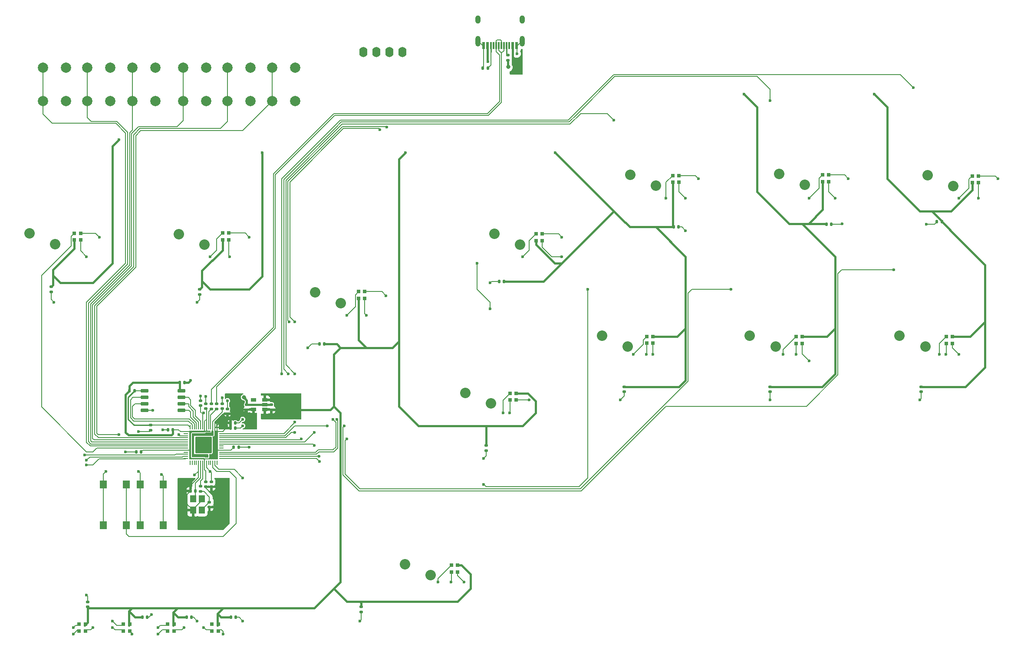
<source format=gbr>
%TF.GenerationSoftware,KiCad,Pcbnew,7.0.5*%
%TF.CreationDate,2023-10-21T15:45:58-07:00*%
%TF.ProjectId,VBox,56426f78-2e6b-4696-9361-645f70636258,rev?*%
%TF.SameCoordinates,Original*%
%TF.FileFunction,Copper,L1,Top*%
%TF.FilePolarity,Positive*%
%FSLAX46Y46*%
G04 Gerber Fmt 4.6, Leading zero omitted, Abs format (unit mm)*
G04 Created by KiCad (PCBNEW 7.0.5) date 2023-10-21 15:45:58*
%MOMM*%
%LPD*%
G01*
G04 APERTURE LIST*
G04 Aperture macros list*
%AMRoundRect*
0 Rectangle with rounded corners*
0 $1 Rounding radius*
0 $2 $3 $4 $5 $6 $7 $8 $9 X,Y pos of 4 corners*
0 Add a 4 corners polygon primitive as box body*
4,1,4,$2,$3,$4,$5,$6,$7,$8,$9,$2,$3,0*
0 Add four circle primitives for the rounded corners*
1,1,$1+$1,$2,$3*
1,1,$1+$1,$4,$5*
1,1,$1+$1,$6,$7*
1,1,$1+$1,$8,$9*
0 Add four rect primitives between the rounded corners*
20,1,$1+$1,$2,$3,$4,$5,0*
20,1,$1+$1,$4,$5,$6,$7,0*
20,1,$1+$1,$6,$7,$8,$9,0*
20,1,$1+$1,$8,$9,$2,$3,0*%
G04 Aperture macros list end*
%TA.AperFunction,SMDPad,CuDef*%
%ADD10R,0.700000X0.800000*%
%TD*%
%TA.AperFunction,SMDPad,CuDef*%
%ADD11RoundRect,0.135000X0.135000X0.185000X-0.135000X0.185000X-0.135000X-0.185000X0.135000X-0.185000X0*%
%TD*%
%TA.AperFunction,SMDPad,CuDef*%
%ADD12RoundRect,0.140000X-0.170000X0.140000X-0.170000X-0.140000X0.170000X-0.140000X0.170000X0.140000X0*%
%TD*%
%TA.AperFunction,SMDPad,CuDef*%
%ADD13RoundRect,0.135000X0.185000X-0.135000X0.185000X0.135000X-0.185000X0.135000X-0.185000X-0.135000X0*%
%TD*%
%TA.AperFunction,ComponentPad*%
%ADD14C,2.000000*%
%TD*%
%TA.AperFunction,ComponentPad*%
%ADD15C,2.032000*%
%TD*%
%TA.AperFunction,SMDPad,CuDef*%
%ADD16R,0.600000X1.450000*%
%TD*%
%TA.AperFunction,SMDPad,CuDef*%
%ADD17R,0.300000X1.450000*%
%TD*%
%TA.AperFunction,ComponentPad*%
%ADD18O,1.000000X2.100000*%
%TD*%
%TA.AperFunction,ComponentPad*%
%ADD19O,1.000000X1.600000*%
%TD*%
%TA.AperFunction,SMDPad,CuDef*%
%ADD20RoundRect,0.140000X0.140000X0.170000X-0.140000X0.170000X-0.140000X-0.170000X0.140000X-0.170000X0*%
%TD*%
%TA.AperFunction,SMDPad,CuDef*%
%ADD21RoundRect,0.140000X-0.140000X-0.170000X0.140000X-0.170000X0.140000X0.170000X-0.140000X0.170000X0*%
%TD*%
%TA.AperFunction,SMDPad,CuDef*%
%ADD22RoundRect,0.135000X-0.185000X0.135000X-0.185000X-0.135000X0.185000X-0.135000X0.185000X0.135000X0*%
%TD*%
%TA.AperFunction,ComponentPad*%
%ADD23O,1.600000X2.000000*%
%TD*%
%TA.AperFunction,SMDPad,CuDef*%
%ADD24RoundRect,0.140000X0.170000X-0.140000X0.170000X0.140000X-0.170000X0.140000X-0.170000X-0.140000X0*%
%TD*%
%TA.AperFunction,SMDPad,CuDef*%
%ADD25RoundRect,0.150000X-0.650000X-0.150000X0.650000X-0.150000X0.650000X0.150000X-0.650000X0.150000X0*%
%TD*%
%TA.AperFunction,SMDPad,CuDef*%
%ADD26R,1.200000X1.400000*%
%TD*%
%TA.AperFunction,SMDPad,CuDef*%
%ADD27R,1.400000X1.600000*%
%TD*%
%TA.AperFunction,SMDPad,CuDef*%
%ADD28RoundRect,0.050000X-0.387500X-0.050000X0.387500X-0.050000X0.387500X0.050000X-0.387500X0.050000X0*%
%TD*%
%TA.AperFunction,SMDPad,CuDef*%
%ADD29RoundRect,0.050000X-0.050000X-0.387500X0.050000X-0.387500X0.050000X0.387500X-0.050000X0.387500X0*%
%TD*%
%TA.AperFunction,ComponentPad*%
%ADD30C,0.600000*%
%TD*%
%TA.AperFunction,SMDPad,CuDef*%
%ADD31RoundRect,0.144000X-1.456000X-1.456000X1.456000X-1.456000X1.456000X1.456000X-1.456000X1.456000X0*%
%TD*%
%TA.AperFunction,SMDPad,CuDef*%
%ADD32R,1.060000X0.650000*%
%TD*%
%TA.AperFunction,ViaPad*%
%ADD33C,0.600000*%
%TD*%
%TA.AperFunction,ViaPad*%
%ADD34C,0.800000*%
%TD*%
%TA.AperFunction,Conductor*%
%ADD35C,0.400000*%
%TD*%
%TA.AperFunction,Conductor*%
%ADD36C,0.381000*%
%TD*%
%TA.AperFunction,Conductor*%
%ADD37C,0.200000*%
%TD*%
%TA.AperFunction,Conductor*%
%ADD38C,0.254000*%
%TD*%
G04 APERTURE END LIST*
D10*
%TO.P,D9,1,VDD*%
%TO.N,+5V*%
X201860000Y-86749741D03*
%TO.P,D9,2,DOUT*%
%TO.N,RGB_DATA_CIRCLE*%
X200660000Y-86749741D03*
%TO.P,D9,3,GND*%
%TO.N,GND*%
X200660000Y-88049741D03*
%TO.P,D9,4,DIN*%
%TO.N,RGB_DATA_R2*%
X201860000Y-88049741D03*
%TD*%
D11*
%TO.P,R2,1*%
%TO.N,QSPI_SS*%
X71620000Y-97322500D03*
%TO.P,R2,2*%
%TO.N,+3V3*%
X70600000Y-97322500D03*
%TD*%
D12*
%TO.P,C21,1*%
%TO.N,+5V*%
X84265534Y-77529534D03*
%TO.P,C21,2*%
%TO.N,GND*%
X84265534Y-78489534D03*
%TD*%
D13*
%TO.P,R4,1*%
%TO.N,Net-(U3-USB_DM)*%
X87630000Y-100840000D03*
%TO.P,R4,2*%
%TO.N,USB_D-*%
X87630000Y-99820000D03*
%TD*%
D11*
%TO.P,R6,1*%
%TO.N,Net-(USB1-CC2)*%
X140565534Y-34290000D03*
%TO.P,R6,2*%
%TO.N,GND*%
X139545534Y-34290000D03*
%TD*%
D14*
%TO.P,SW5,1,1*%
%TO.N,OPT5*%
X89750000Y-40750000D03*
X89750000Y-34250000D03*
%TO.P,SW5,2,2*%
%TO.N,GND*%
X94250000Y-40750000D03*
X94250000Y-34250000D03*
%TD*%
D15*
%TO.P,SW10,1,1*%
%TO.N,SQUARE*%
X146765534Y-68755534D03*
%TO.P,SW10,2,2*%
%TO.N,GND*%
X141765534Y-66655534D03*
%TD*%
D16*
%TO.P,USB1,1,GND*%
%TO.N,GND*%
X146130534Y-29940534D03*
%TO.P,USB1,2,VBUS*%
%TO.N,+5V*%
X145355534Y-29940534D03*
D17*
%TO.P,USB1,3,SBU2*%
%TO.N,unconnected-(USB1-SBU2-Pad3)*%
X144655534Y-29940534D03*
%TO.P,USB1,4,CC1*%
%TO.N,Net-(USB1-CC1)*%
X144155534Y-29940534D03*
%TO.P,USB1,5,DN2*%
%TO.N,USB_D-*%
X143655534Y-29940534D03*
%TO.P,USB1,6,DP1*%
%TO.N,USB_D+*%
X143155534Y-29940534D03*
%TO.P,USB1,7,DN1*%
%TO.N,USB_D-*%
X142655534Y-29940534D03*
%TO.P,USB1,8,DP2*%
%TO.N,USB_D+*%
X142155534Y-29940534D03*
%TO.P,USB1,9,SBU1*%
%TO.N,unconnected-(USB1-SBU1-Pad9)*%
X141655534Y-29940534D03*
%TO.P,USB1,10,CC2*%
%TO.N,Net-(USB1-CC2)*%
X141155534Y-29940534D03*
D16*
%TO.P,USB1,11,VBUS*%
%TO.N,+5V*%
X140455534Y-29940534D03*
%TO.P,USB1,12,GND*%
%TO.N,GND*%
X139680534Y-29940534D03*
D18*
%TO.P,USB1,13,SHIELD*%
X147225534Y-29025534D03*
D19*
X147225534Y-24845534D03*
D18*
X138585534Y-29025534D03*
D19*
X138585534Y-24845534D03*
%TD*%
D10*
%TO.P,D14,1,VDD*%
%TO.N,+5V*%
X70641534Y-142891534D03*
%TO.P,D14,2,DOUT*%
%TO.N,RGB_DATA_P3*%
X69441534Y-142891534D03*
%TO.P,D14,3,GND*%
%TO.N,GND*%
X69441534Y-144191534D03*
%TO.P,D14,4,DIN*%
%TO.N,RGB_DATA_P2*%
X70641534Y-144191534D03*
%TD*%
D12*
%TO.P,C22,1*%
%TO.N,+5V*%
X140145534Y-108009534D03*
%TO.P,C22,2*%
%TO.N,GND*%
X140145534Y-108969534D03*
%TD*%
D13*
%TO.P,R3,1*%
%TO.N,Net-(U3-USB_DP)*%
X86550000Y-100840000D03*
%TO.P,R3,2*%
%TO.N,USB_D+*%
X86550000Y-99820000D03*
%TD*%
D12*
%TO.P,C17,1*%
%TO.N,+5V*%
X115789534Y-139505534D03*
%TO.P,C17,2*%
%TO.N,GND*%
X115789534Y-140465534D03*
%TD*%
D20*
%TO.P,C20,1*%
%TO.N,+5V*%
X229045534Y-64293534D03*
%TO.P,C20,2*%
%TO.N,GND*%
X228085534Y-64293534D03*
%TD*%
D14*
%TO.P,SW4,1,1*%
%TO.N,OPT4*%
X81050000Y-40750000D03*
X81050000Y-34250000D03*
%TO.P,SW4,2,2*%
%TO.N,GND*%
X85550000Y-40750000D03*
X85550000Y-34250000D03*
%TD*%
D21*
%TO.P,C12,1*%
%TO.N,+3V3*%
X90936950Y-108327974D03*
%TO.P,C12,2*%
%TO.N,GND*%
X91896950Y-108327974D03*
%TD*%
D15*
%TO.P,SW15,1,1*%
%TO.N,CIRCLE*%
X167765534Y-88685534D03*
%TO.P,SW15,2,2*%
%TO.N,GND*%
X162765534Y-86585534D03*
%TD*%
D22*
%TO.P,R1,1*%
%TO.N,QSPI_SS*%
X74760000Y-104012500D03*
%TO.P,R1,2*%
%TO.N,Net-(R1-Pad2)*%
X74760000Y-105032500D03*
%TD*%
D21*
%TO.P,C15,1*%
%TO.N,+3V3*%
X90310232Y-104586961D03*
%TO.P,C15,2*%
%TO.N,GND*%
X91270232Y-104586961D03*
%TD*%
%TO.P,C30,1*%
%TO.N,+5V*%
X73117534Y-141509534D03*
%TO.P,C30,2*%
%TO.N,GND*%
X74077534Y-141509534D03*
%TD*%
D14*
%TO.P,SW6,1,1*%
%TO.N,OPT6*%
X98450000Y-40750000D03*
X98450000Y-34250000D03*
%TO.P,SW6,2,2*%
%TO.N,GND*%
X102950000Y-40750000D03*
X102950000Y-34250000D03*
%TD*%
D12*
%TO.P,C26,1*%
%TO.N,+5V*%
X195517534Y-96517463D03*
%TO.P,C26,2*%
%TO.N,GND*%
X195517534Y-97477463D03*
%TD*%
D10*
%TO.P,D11,1,VDD*%
%TO.N,+5V*%
X146050000Y-97790000D03*
%TO.P,D11,2,DOUT*%
%TO.N,RGB_DATA_UP*%
X144850000Y-97790000D03*
%TO.P,D11,3,GND*%
%TO.N,GND*%
X144850000Y-99090000D03*
%TO.P,D11,4,DIN*%
%TO.N,RGB_DATA_CROSS*%
X146050000Y-99090000D03*
%TD*%
D14*
%TO.P,SW3,1,1*%
%TO.N,OPT3*%
X71150000Y-40750000D03*
X71150000Y-34250000D03*
%TO.P,SW3,2,2*%
%TO.N,GND*%
X75650000Y-40750000D03*
X75650000Y-34250000D03*
%TD*%
D15*
%TO.P,SW12,1,1*%
%TO.N,R1*%
X202295534Y-57105534D03*
%TO.P,SW12,2,2*%
%TO.N,GND*%
X197295534Y-55005534D03*
%TD*%
D10*
%TO.P,D5,1,VDD*%
%TO.N,+5V*%
X176600000Y-56580877D03*
%TO.P,D5,2,DOUT*%
%TO.N,RGB_DATA_R1*%
X177800000Y-56580877D03*
%TO.P,D5,3,GND*%
%TO.N,GND*%
X177800000Y-55280877D03*
%TO.P,D5,4,DIN*%
%TO.N,RGB_DATA_TRIANGLE*%
X176600000Y-55280877D03*
%TD*%
%TO.P,D8,1,VDD*%
%TO.N,+5V*%
X231140000Y-86740832D03*
%TO.P,D8,2,DOUT*%
%TO.N,RGB_DATA_R2*%
X229940000Y-86740832D03*
%TO.P,D8,3,GND*%
%TO.N,GND*%
X229940000Y-88040832D03*
%TO.P,D8,4,DIN*%
%TO.N,RGB_DATA_L2*%
X231140000Y-88040832D03*
%TD*%
D22*
%TO.P,R7,1*%
%TO.N,Net-(USB1-CC1)*%
X144455534Y-31735534D03*
%TO.P,R7,2*%
%TO.N,GND*%
X144455534Y-32755534D03*
%TD*%
D15*
%TO.P,SW8,1,1*%
%TO.N,DOWN*%
X85225534Y-68815534D03*
%TO.P,SW8,2,2*%
%TO.N,GND*%
X80225534Y-66715534D03*
%TD*%
D21*
%TO.P,C18,1*%
%TO.N,+5V*%
X206530000Y-64770000D03*
%TO.P,C18,2*%
%TO.N,GND*%
X207490000Y-64770000D03*
%TD*%
D23*
%TO.P,OLED1,1,GND*%
%TO.N,GND*%
X116200000Y-31200000D03*
%TO.P,OLED1,2,VCC*%
%TO.N,+5V*%
X118740000Y-31200000D03*
%TO.P,OLED1,3,SCL*%
%TO.N,SCL*%
X121280000Y-31200000D03*
%TO.P,OLED1,4,SDA*%
%TO.N,SDA*%
X123820000Y-31200000D03*
%TD*%
D10*
%TO.P,D15,1,VDD*%
%TO.N,+5V*%
X79277534Y-142891534D03*
%TO.P,D15,2,DOUT*%
%TO.N,RGB_DATA_P4*%
X78077534Y-142891534D03*
%TO.P,D15,3,GND*%
%TO.N,GND*%
X78077534Y-144191534D03*
%TO.P,D15,4,DIN*%
%TO.N,RGB_DATA_P3*%
X79277534Y-144191534D03*
%TD*%
%TO.P,D3,1,VDD*%
%TO.N,+5V*%
X115315014Y-79259701D03*
%TO.P,D3,2,DOUT*%
%TO.N,RGB_DATA_SQUARE*%
X116515014Y-79259701D03*
%TO.P,D3,3,GND*%
%TO.N,GND*%
X116515014Y-77959701D03*
%TO.P,D3,4,DIN*%
%TO.N,RGB_DATA_RIGHT*%
X115315014Y-77959701D03*
%TD*%
D15*
%TO.P,SW18,1,1*%
%TO.N,UP*%
X129325534Y-133265534D03*
%TO.P,SW18,2,2*%
%TO.N,GND*%
X124325534Y-131165534D03*
%TD*%
D10*
%TO.P,D16,1,VDD*%
%TO.N,+5V*%
X87913534Y-142891534D03*
%TO.P,D16,2,DOUT*%
%TO.N,unconnected-(D16-DOUT-Pad2)*%
X86713534Y-142891534D03*
%TO.P,D16,3,GND*%
%TO.N,GND*%
X86713534Y-144191534D03*
%TO.P,D16,4,DIN*%
%TO.N,RGB_DATA_P4*%
X87913534Y-144191534D03*
%TD*%
D24*
%TO.P,C4,1*%
%TO.N,+3V3*%
X93490000Y-100990000D03*
%TO.P,C4,2*%
%TO.N,GND*%
X93490000Y-100030000D03*
%TD*%
D10*
%TO.P,D10,1,VDD*%
%TO.N,+5V*%
X172720000Y-86730437D03*
%TO.P,D10,2,DOUT*%
%TO.N,RGB_DATA_CROSS*%
X171520000Y-86730437D03*
%TO.P,D10,3,GND*%
%TO.N,GND*%
X171520000Y-88030437D03*
%TO.P,D10,4,DIN*%
%TO.N,RGB_DATA_CIRCLE*%
X172720000Y-88030437D03*
%TD*%
D21*
%TO.P,C32,1*%
%TO.N,+5V*%
X90389534Y-141509534D03*
%TO.P,C32,2*%
%TO.N,GND*%
X91349534Y-141509534D03*
%TD*%
D25*
%TO.P,U2,1,~{CS}*%
%TO.N,QSPI_SS*%
X73560000Y-97317500D03*
%TO.P,U2,2,DO(IO1)*%
%TO.N,QSPI_SD1*%
X73560000Y-98587500D03*
%TO.P,U2,3,IO2*%
%TO.N,QSPI_SD2*%
X73560000Y-99857500D03*
%TO.P,U2,4,GND*%
%TO.N,GND*%
X73560000Y-101127500D03*
%TO.P,U2,5,DI(IO0)*%
%TO.N,QSPI_SD0*%
X80760000Y-101127500D03*
%TO.P,U2,6,CLK*%
%TO.N,QSPI_SCLK*%
X80760000Y-99857500D03*
%TO.P,U2,7,IO3*%
%TO.N,QSPI_SD3*%
X80760000Y-98587500D03*
%TO.P,U2,8,VCC*%
%TO.N,+3V3*%
X80760000Y-97317500D03*
%TD*%
D12*
%TO.P,C24,1*%
%TO.N,+5V*%
X55309534Y-77021534D03*
%TO.P,C24,2*%
%TO.N,GND*%
X55309534Y-77981534D03*
%TD*%
D21*
%TO.P,C31,1*%
%TO.N,+5V*%
X81753534Y-141509534D03*
%TO.P,C31,2*%
%TO.N,GND*%
X82713534Y-141509534D03*
%TD*%
D14*
%TO.P,SW1,1,1*%
%TO.N,OPT1*%
X53700000Y-40745534D03*
X53700000Y-34245534D03*
%TO.P,SW1,2,2*%
%TO.N,GND*%
X58200000Y-40745534D03*
X58200000Y-34245534D03*
%TD*%
D10*
%TO.P,D12,1,VDD*%
%TO.N,+5V*%
X134620000Y-131364896D03*
%TO.P,D12,2,DOUT*%
%TO.N,RGB_DATA_P1*%
X133420000Y-131364896D03*
%TO.P,D12,3,GND*%
%TO.N,GND*%
X133420000Y-132664896D03*
%TO.P,D12,4,DIN*%
%TO.N,RGB_DATA_UP*%
X134620000Y-132664896D03*
%TD*%
D24*
%TO.P,C1,1*%
%TO.N,+5V*%
X98290000Y-100990000D03*
%TO.P,C1,2*%
%TO.N,GND*%
X98290000Y-100030000D03*
%TD*%
D12*
%TO.P,C28,1*%
%TO.N,+5V*%
X167069534Y-96520000D03*
%TO.P,C28,2*%
%TO.N,GND*%
X167069534Y-97480000D03*
%TD*%
D15*
%TO.P,SW17,1,1*%
%TO.N,L2*%
X225825534Y-88685534D03*
%TO.P,SW17,2,2*%
%TO.N,GND*%
X220825534Y-86585534D03*
%TD*%
D12*
%TO.P,C25,1*%
%TO.N,+5V*%
X224981534Y-96520000D03*
%TO.P,C25,2*%
%TO.N,GND*%
X224981534Y-97480000D03*
%TD*%
D24*
%TO.P,C6,1*%
%TO.N,+1V1*%
X84450000Y-100210000D03*
%TO.P,C6,2*%
%TO.N,GND*%
X84450000Y-99250000D03*
%TD*%
D12*
%TO.P,C7,1*%
%TO.N,+1V1*%
X86560000Y-115090000D03*
%TO.P,C7,2*%
%TO.N,GND*%
X86560000Y-116050000D03*
%TD*%
D15*
%TO.P,SW16,1,1*%
%TO.N,R2*%
X196615534Y-88685534D03*
%TO.P,SW16,2,2*%
%TO.N,GND*%
X191615534Y-86585534D03*
%TD*%
D26*
%TO.P,Y1,1,1*%
%TO.N,XIN*%
X83010000Y-118420000D03*
%TO.P,Y1,2,2*%
%TO.N,GND*%
X83010000Y-120620000D03*
%TO.P,Y1,3,3*%
%TO.N,Net-(C3-Pad1)*%
X84710000Y-120620000D03*
%TO.P,Y1,4,4*%
%TO.N,GND*%
X84710000Y-118420000D03*
%TD*%
D12*
%TO.P,C3,1*%
%TO.N,Net-(C3-Pad1)*%
X86210000Y-119040000D03*
%TO.P,C3,2*%
%TO.N,GND*%
X86210000Y-120000000D03*
%TD*%
D10*
%TO.P,D1,1,VDD*%
%TO.N,+5V*%
X59869740Y-67842899D03*
%TO.P,D1,2,DOUT*%
%TO.N,RGB_DATA_DOWN*%
X61069740Y-67842899D03*
%TO.P,D1,3,GND*%
%TO.N,GND*%
X61069740Y-66542899D03*
%TO.P,D1,4,DIN*%
%TO.N,RGB_DATA_LEFT*%
X59869740Y-66542899D03*
%TD*%
%TO.P,D2,1,VDD*%
%TO.N,+5V*%
X88768173Y-67810023D03*
%TO.P,D2,2,DOUT*%
%TO.N,RGB_DATA_RIGHT*%
X89968173Y-67810023D03*
%TO.P,D2,3,GND*%
%TO.N,GND*%
X89968173Y-66510023D03*
%TO.P,D2,4,DIN*%
%TO.N,RGB_DATA_DOWN*%
X88768173Y-66510023D03*
%TD*%
D15*
%TO.P,SW9,1,1*%
%TO.N,RIGHT*%
X111825534Y-80165534D03*
%TO.P,SW9,2,2*%
%TO.N,GND*%
X106825534Y-78065534D03*
%TD*%
D21*
%TO.P,C5,1*%
%TO.N,+3V3*%
X80380000Y-95722500D03*
%TO.P,C5,2*%
%TO.N,GND*%
X81340000Y-95722500D03*
%TD*%
D20*
%TO.P,C11,1*%
%TO.N,+3V3*%
X79066250Y-104922500D03*
%TO.P,C11,2*%
%TO.N,GND*%
X78106250Y-104922500D03*
%TD*%
D27*
%TO.P,SW20,1,1*%
%TO.N,GND*%
X65530000Y-115570000D03*
X65530000Y-123570000D03*
%TO.P,SW20,2,2*%
%TO.N,Net-(U3-RUN)*%
X70030000Y-115570000D03*
X70030000Y-123570000D03*
%TD*%
D24*
%TO.P,C8,1*%
%TO.N,+1V1*%
X88700000Y-100810000D03*
%TO.P,C8,2*%
%TO.N,GND*%
X88700000Y-99850000D03*
%TD*%
D14*
%TO.P,SW2,1,1*%
%TO.N,OPT2*%
X62400000Y-40750000D03*
X62400000Y-34250000D03*
%TO.P,SW2,2,2*%
%TO.N,GND*%
X66900000Y-40750000D03*
X66900000Y-34250000D03*
%TD*%
D10*
%TO.P,D13,1,VDD*%
%TO.N,+5V*%
X62005534Y-142891534D03*
%TO.P,D13,2,DOUT*%
%TO.N,RGB_DATA_P2*%
X60805534Y-142891534D03*
%TO.P,D13,3,GND*%
%TO.N,GND*%
X60805534Y-144191534D03*
%TO.P,D13,4,DIN*%
%TO.N,RGB_DATA_P1*%
X62005534Y-144191534D03*
%TD*%
D21*
%TO.P,C16,1*%
%TO.N,+3V3*%
X90310232Y-103576212D03*
%TO.P,C16,2*%
%TO.N,GND*%
X91270232Y-103576212D03*
%TD*%
D28*
%TO.P,U3,1,IOVDD*%
%TO.N,+3V3*%
X81621356Y-105290000D03*
%TO.P,U3,2,GPIO0*%
%TO.N,unconnected-(U3-GPIO0-Pad2)*%
X81621356Y-105690000D03*
%TO.P,U3,3,GPIO1*%
%TO.N,OPT6*%
X81621356Y-106090000D03*
%TO.P,U3,4,GPIO2*%
%TO.N,OPT5*%
X81621356Y-106490000D03*
%TO.P,U3,5,GPIO3*%
%TO.N,OPT4*%
X81621356Y-106890000D03*
%TO.P,U3,6,GPIO4*%
%TO.N,OPT3*%
X81621356Y-107290000D03*
%TO.P,U3,7,GPIO5*%
%TO.N,OPT2*%
X81621356Y-107690000D03*
%TO.P,U3,8,GPIO6*%
%TO.N,OPT1*%
X81621356Y-108090000D03*
%TO.P,U3,9,GPIO7*%
%TO.N,RGB_DATA_LEFT*%
X81621356Y-108490000D03*
%TO.P,U3,10,IOVDD*%
%TO.N,+3V3*%
X81621356Y-108890000D03*
%TO.P,U3,11,GPIO8*%
%TO.N,unconnected-(U3-GPIO8-Pad11)*%
X81621356Y-109290000D03*
%TO.P,U3,12,GPIO9*%
%TO.N,LEFT*%
X81621356Y-109690000D03*
%TO.P,U3,13,GPIO10*%
%TO.N,DOWN*%
X81621356Y-110090000D03*
%TO.P,U3,14,GPIO11*%
%TO.N,RIGHT*%
X81621356Y-110490000D03*
D29*
%TO.P,U3,15,GPIO12*%
%TO.N,unconnected-(U3-GPIO12-Pad15)*%
X82458856Y-111327500D03*
%TO.P,U3,16,GPIO13*%
%TO.N,unconnected-(U3-GPIO13-Pad16)*%
X82858856Y-111327500D03*
%TO.P,U3,17,GPIO14*%
%TO.N,unconnected-(U3-GPIO14-Pad17)*%
X83258856Y-111327500D03*
%TO.P,U3,18,GPIO15*%
%TO.N,unconnected-(U3-GPIO15-Pad18)*%
X83658856Y-111327500D03*
%TO.P,U3,19,TESTEN*%
%TO.N,GND*%
X84058856Y-111327500D03*
%TO.P,U3,20,XIN*%
%TO.N,XIN*%
X84458856Y-111327500D03*
%TO.P,U3,21,XOUT*%
%TO.N,XOUT*%
X84858856Y-111327500D03*
%TO.P,U3,22,IOVDD*%
%TO.N,+3V3*%
X85258856Y-111327500D03*
%TO.P,U3,23,DVDD*%
%TO.N,+1V1*%
X85658856Y-111327500D03*
%TO.P,U3,24,SWCLK*%
%TO.N,unconnected-(U3-SWCLK-Pad24)*%
X86058856Y-111327500D03*
%TO.P,U3,25,SWD*%
%TO.N,unconnected-(U3-SWD-Pad25)*%
X86458856Y-111327500D03*
%TO.P,U3,26,RUN*%
%TO.N,Net-(U3-RUN)*%
X86858856Y-111327500D03*
%TO.P,U3,27,GPIO16*%
%TO.N,UP*%
X87258856Y-111327500D03*
%TO.P,U3,28,GPIO17*%
%TO.N,unconnected-(U3-GPIO17-Pad28)*%
X87658856Y-111327500D03*
D28*
%TO.P,U3,29,GPIO18*%
%TO.N,SQUARE*%
X88496356Y-110490000D03*
%TO.P,U3,30,GPIO19*%
%TO.N,CROSS*%
X88496356Y-110090000D03*
%TO.P,U3,31,GPIO20*%
%TO.N,SCL*%
X88496356Y-109690000D03*
%TO.P,U3,32,GPIO21*%
%TO.N,SDA*%
X88496356Y-109290000D03*
%TO.P,U3,33,IOVDD*%
%TO.N,+3V3*%
X88496356Y-108890000D03*
%TO.P,U3,34,GPIO22*%
%TO.N,unconnected-(U3-GPIO22-Pad34)*%
X88496356Y-108490000D03*
%TO.P,U3,35,GPIO23*%
%TO.N,unconnected-(U3-GPIO23-Pad35)*%
X88496356Y-108090000D03*
%TO.P,U3,36,GPIO24*%
%TO.N,CIRCLE*%
X88496356Y-107690000D03*
%TO.P,U3,37,GPIO25*%
%TO.N,TRIANGLE*%
X88496356Y-107290000D03*
%TO.P,U3,38,GPIO26_ADC0*%
%TO.N,R2*%
X88496356Y-106890000D03*
%TO.P,U3,39,GPIO27_ADC1*%
%TO.N,R1*%
X88496356Y-106490000D03*
%TO.P,U3,40,GPIO28_ADC2*%
%TO.N,L2*%
X88496356Y-106090000D03*
%TO.P,U3,41,GPIO29_ADC3*%
%TO.N,L1*%
X88496356Y-105690000D03*
%TO.P,U3,42,IOVDD*%
%TO.N,+3V3*%
X88496356Y-105290000D03*
D29*
%TO.P,U3,43,ADC_AVDD*%
X87658856Y-104452500D03*
%TO.P,U3,44,VREG_IN*%
X87258856Y-104452500D03*
%TO.P,U3,45,VREG_VOUT*%
%TO.N,+1V1*%
X86858856Y-104452500D03*
%TO.P,U3,46,USB_DM*%
%TO.N,Net-(U3-USB_DM)*%
X86458856Y-104452500D03*
%TO.P,U3,47,USB_DP*%
%TO.N,Net-(U3-USB_DP)*%
X86058856Y-104452500D03*
%TO.P,U3,48,USB_VDD*%
%TO.N,+3V3*%
X85658856Y-104452500D03*
%TO.P,U3,49,IOVDD*%
X85258856Y-104452500D03*
%TO.P,U3,50,DVDD*%
%TO.N,+1V1*%
X84858856Y-104452500D03*
%TO.P,U3,51,QSPI_SD3*%
%TO.N,QSPI_SD3*%
X84458856Y-104452500D03*
%TO.P,U3,52,QSPI_SCLK*%
%TO.N,QSPI_SCLK*%
X84058856Y-104452500D03*
%TO.P,U3,53,QSPI_SD0*%
%TO.N,QSPI_SD0*%
X83658856Y-104452500D03*
%TO.P,U3,54,QSPI_SD2*%
%TO.N,QSPI_SD2*%
X83258856Y-104452500D03*
%TO.P,U3,55,QSPI_SD1*%
%TO.N,QSPI_SD1*%
X82858856Y-104452500D03*
%TO.P,U3,56,QSPI_SS*%
%TO.N,QSPI_SS*%
X82458856Y-104452500D03*
D30*
%TO.P,U3,57,GND*%
%TO.N,GND*%
X83783856Y-106615000D03*
X83783856Y-107890000D03*
X83783856Y-109165000D03*
X85058856Y-106615000D03*
X85058856Y-107890000D03*
D31*
X85058856Y-107890000D03*
D30*
X85058856Y-109165000D03*
X86333856Y-106615000D03*
X86333856Y-107890000D03*
X86333856Y-109165000D03*
%TD*%
D10*
%TO.P,D6,1,VDD*%
%TO.N,+5V*%
X205810000Y-56456638D03*
%TO.P,D6,2,DOUT*%
%TO.N,RGB_DATA_L1*%
X207010000Y-56456638D03*
%TO.P,D6,3,GND*%
%TO.N,GND*%
X207010000Y-55156638D03*
%TO.P,D6,4,DIN*%
%TO.N,RGB_DATA_R1*%
X205810000Y-55156638D03*
%TD*%
D21*
%TO.P,C19,1*%
%TO.N,+5V*%
X176749534Y-65309534D03*
%TO.P,C19,2*%
%TO.N,GND*%
X177709534Y-65309534D03*
%TD*%
D22*
%TO.P,R5,1*%
%TO.N,XOUT*%
X84510000Y-115910000D03*
%TO.P,R5,2*%
%TO.N,Net-(C3-Pad1)*%
X84510000Y-116930000D03*
%TD*%
D24*
%TO.P,C29,1*%
%TO.N,+5V*%
X62421534Y-139477534D03*
%TO.P,C29,2*%
%TO.N,GND*%
X62421534Y-138517534D03*
%TD*%
D20*
%TO.P,C27,1*%
%TO.N,+5V*%
X108621534Y-88169534D03*
%TO.P,C27,2*%
%TO.N,GND*%
X107661534Y-88169534D03*
%TD*%
%TO.P,C13,1*%
%TO.N,+3V3*%
X72870000Y-109220000D03*
%TO.P,C13,2*%
%TO.N,GND*%
X71910000Y-109220000D03*
%TD*%
%TO.P,C2,1*%
%TO.N,XIN*%
X83490000Y-116870000D03*
%TO.P,C2,2*%
%TO.N,GND*%
X82530000Y-116870000D03*
%TD*%
D24*
%TO.P,C9,1*%
%TO.N,+3V3*%
X85500000Y-100810000D03*
%TO.P,C9,2*%
%TO.N,GND*%
X85500000Y-99850000D03*
%TD*%
%TO.P,C10,1*%
%TO.N,+3V3*%
X89750000Y-101810000D03*
%TO.P,C10,2*%
%TO.N,GND*%
X89750000Y-100850000D03*
%TD*%
D15*
%TO.P,SW11,1,1*%
%TO.N,TRIANGLE*%
X173325534Y-57225534D03*
%TO.P,SW11,2,2*%
%TO.N,GND*%
X168325534Y-55125534D03*
%TD*%
D10*
%TO.P,D7,1,VDD*%
%TO.N,+5V*%
X235020000Y-56671975D03*
%TO.P,D7,2,DOUT*%
%TO.N,RGB_DATA_L2*%
X236220000Y-56671975D03*
%TO.P,D7,3,GND*%
%TO.N,GND*%
X236220000Y-55371975D03*
%TO.P,D7,4,DIN*%
%TO.N,RGB_DATA_L1*%
X235020000Y-55371975D03*
%TD*%
D32*
%TO.P,U1,1,IN*%
%TO.N,+5V*%
X96990000Y-100960000D03*
%TO.P,U1,2,GND*%
%TO.N,GND*%
X96990000Y-100010000D03*
%TO.P,U1,3,EN*%
%TO.N,+5V*%
X96990000Y-99060000D03*
%TO.P,U1,4,NC*%
%TO.N,unconnected-(U1-NC-Pad4)*%
X94790000Y-99060000D03*
%TO.P,U1,5,OUT*%
%TO.N,+3V3*%
X94790000Y-100960000D03*
%TD*%
D10*
%TO.P,D4,1,VDD*%
%TO.N,+5V*%
X149930000Y-67991534D03*
%TO.P,D4,2,DOUT*%
%TO.N,RGB_DATA_TRIANGLE*%
X151130000Y-67991534D03*
%TO.P,D4,3,GND*%
%TO.N,GND*%
X151130000Y-66691534D03*
%TO.P,D4,4,DIN*%
%TO.N,RGB_DATA_SQUARE*%
X149930000Y-66691534D03*
%TD*%
D15*
%TO.P,SW7,1,1*%
%TO.N,LEFT*%
X56130534Y-68695534D03*
%TO.P,SW7,2,2*%
%TO.N,GND*%
X51130534Y-66595534D03*
%TD*%
%TO.P,SW14,1,1*%
%TO.N,CROSS*%
X141155534Y-99795534D03*
%TO.P,SW14,2,2*%
%TO.N,GND*%
X136155534Y-97695534D03*
%TD*%
D12*
%TO.P,C14,1*%
%TO.N,+3V3*%
X85530000Y-115090000D03*
%TO.P,C14,2*%
%TO.N,GND*%
X85530000Y-116050000D03*
%TD*%
D20*
%TO.P,C23,1*%
%TO.N,+5V*%
X143673534Y-75977534D03*
%TO.P,C23,2*%
%TO.N,GND*%
X142713534Y-75977534D03*
%TD*%
D15*
%TO.P,SW13,1,1*%
%TO.N,L1*%
X231265534Y-57345534D03*
%TO.P,SW13,2,2*%
%TO.N,GND*%
X226265534Y-55245534D03*
%TD*%
D27*
%TO.P,SW19,1,1*%
%TO.N,Net-(R1-Pad2)*%
X77180000Y-123570000D03*
X77180000Y-115570000D03*
%TO.P,SW19,2,2*%
%TO.N,GND*%
X72680000Y-123570000D03*
X72680000Y-115570000D03*
%TD*%
D33*
%TO.N,+5V*%
X215900000Y-39370000D03*
X124460000Y-50800000D03*
X190500000Y-39370000D03*
X146050000Y-34290000D03*
X140556034Y-33020000D03*
X153670000Y-50800000D03*
X96520000Y-50800000D03*
X68580000Y-48260000D03*
%TO.N,+1V1*%
X86360000Y-113030000D03*
X85664062Y-110018436D03*
X85090000Y-101600000D03*
X85719565Y-105770032D03*
%TO.N,GND*%
X85090000Y-143510000D03*
X67310000Y-143510000D03*
X146158298Y-31496650D03*
X210820000Y-55880000D03*
X209612466Y-64738466D03*
D34*
X144463023Y-34089454D03*
D33*
X84441384Y-98288026D03*
X83820000Y-80010000D03*
X82550000Y-95250000D03*
X133350000Y-134620000D03*
X179070000Y-66040000D03*
X92710000Y-142240000D03*
X166370000Y-99060000D03*
X224790000Y-99060000D03*
X120650000Y-78740000D03*
X66040000Y-113030000D03*
X69850000Y-109220000D03*
X240030000Y-55880000D03*
X171450000Y-90170000D03*
X85504830Y-98396173D03*
X92710000Y-104140000D03*
X105410000Y-88900000D03*
X140970000Y-76200000D03*
X74930000Y-140970000D03*
X200660000Y-90170000D03*
X83820000Y-142240000D03*
X64770000Y-67310000D03*
X88695169Y-98693577D03*
X229870000Y-90170000D03*
X154940000Y-67310000D03*
X62230000Y-137160000D03*
X144780000Y-101600000D03*
X55880000Y-80010000D03*
X93980000Y-108289500D03*
X181610000Y-55880000D03*
X92710000Y-102870000D03*
X89749603Y-99243325D03*
X139700000Y-110490000D03*
X83319438Y-113760933D03*
X75170654Y-101128317D03*
D34*
X92919973Y-98577914D03*
D33*
X195580000Y-99060000D03*
X76200000Y-144780000D03*
X93980000Y-67310000D03*
X59690000Y-144780000D03*
X226060000Y-64770000D03*
X72390000Y-113030000D03*
X77142054Y-104922500D03*
X115570000Y-142240000D03*
%TO.N,RGB_DATA_TRIANGLE*%
X154940000Y-71120000D03*
X175260000Y-59690000D03*
%TO.N,RGB_DATA_R2*%
X203200000Y-91440000D03*
X228600000Y-90170000D03*
%TO.N,RGB_DATA_DOWN*%
X62230000Y-71120000D03*
X86360000Y-71120000D03*
%TO.N,RGB_DATA_R1*%
X203200000Y-59690000D03*
X179070000Y-59690000D03*
%TO.N,RGB_DATA_CIRCLE*%
X172720000Y-90170000D03*
X198120000Y-90170000D03*
%TO.N,RGB_DATA_RIGHT*%
X90170000Y-71120000D03*
X113030000Y-82550000D03*
%TO.N,RGB_DATA_L1*%
X208280000Y-59690000D03*
X232410000Y-59690000D03*
%TO.N,RGB_DATA_CROSS*%
X168910000Y-90170000D03*
X148590000Y-99060000D03*
%TO.N,RGB_DATA_SQUARE*%
X116840000Y-82550000D03*
X147320000Y-71120000D03*
%TO.N,RGB_DATA_L2*%
X232410000Y-90170000D03*
X236220000Y-59690000D03*
%TO.N,RGB_DATA_UP*%
X143510000Y-101600000D03*
X135890000Y-134620000D03*
%TO.N,OPT6*%
X68580000Y-105860000D03*
X80210637Y-105890500D03*
%TO.N,LEFT*%
X61834671Y-109830000D03*
%TO.N,DOWN*%
X62238970Y-110855139D03*
%TO.N,RIGHT*%
X62244466Y-111760000D03*
%TO.N,SQUARE*%
X138430000Y-72390000D03*
X107679500Y-111069081D03*
X140970000Y-81280000D03*
%TO.N,TRIANGLE*%
X102870000Y-93980000D03*
X165100000Y-44450000D03*
X106680000Y-105410000D03*
%TO.N,R1*%
X102870000Y-105410000D03*
X101600000Y-93980000D03*
X195580000Y-40640000D03*
%TO.N,L1*%
X100330000Y-93980000D03*
X223520000Y-38100000D03*
X102870000Y-103379531D03*
%TO.N,CROSS*%
X107550000Y-110090000D03*
%TO.N,CIRCLE*%
X106680000Y-107950000D03*
X139700000Y-115570000D03*
X160020000Y-77470000D03*
%TO.N,R2*%
X104140000Y-106680000D03*
X113030000Y-106680000D03*
X187960000Y-77470000D03*
%TO.N,L2*%
X219710000Y-73660000D03*
X112459500Y-104140000D03*
X109220000Y-104140000D03*
%TO.N,UP*%
X92710000Y-114300000D03*
%TO.N,SCL*%
X102870000Y-83820000D03*
X119439500Y-46319500D03*
X111060500Y-102870000D03*
%TO.N,SDA*%
X110260997Y-102870000D03*
X101729500Y-83820000D03*
X120768411Y-45849500D03*
%TO.N,RGB_DATA_P1*%
X130810000Y-134620000D03*
X63500000Y-143510000D03*
%TO.N,RGB_DATA_P2*%
X71120000Y-144780000D03*
X59690000Y-143510000D03*
%TO.N,RGB_DATA_P3*%
X67310000Y-142240000D03*
X81280000Y-143510000D03*
%TO.N,RGB_DATA_P4*%
X88900000Y-144780000D03*
X76200000Y-143510000D03*
%TO.N,Net-(R1-Pad2)*%
X76870000Y-113630000D03*
X72390000Y-105260500D03*
%TD*%
D35*
%TO.N,+5V*%
X116840000Y-88900000D02*
X115315014Y-87375014D01*
X140455534Y-29940534D02*
X140455534Y-32919500D01*
X88436602Y-141509534D02*
X87763534Y-140836466D01*
X70491534Y-143091534D02*
X70491534Y-140328466D01*
X123190000Y-100330000D02*
X127000000Y-104140000D01*
X115789534Y-139505534D02*
X115789534Y-138649534D01*
X137160000Y-133154896D02*
X135370000Y-131364896D01*
X218440000Y-55880000D02*
X218440000Y-41910000D01*
X237490000Y-92710000D02*
X233680000Y-96520000D01*
X199319278Y-64699278D02*
X193040000Y-58420000D01*
X79127534Y-143091534D02*
X79127534Y-140582466D01*
X177429563Y-86730437D02*
X179070000Y-85090000D01*
X63500000Y-76200000D02*
X67310000Y-72390000D01*
X203061394Y-64699278D02*
X205810000Y-61950672D01*
X123190000Y-87630000D02*
X123190000Y-100330000D01*
X201860000Y-86749741D02*
X206620259Y-86749741D01*
X71672602Y-141509534D02*
X70491534Y-140328466D01*
X205742537Y-96517463D02*
X195517534Y-96517463D01*
X230859950Y-62230000D02*
X226060000Y-62230000D01*
X206620259Y-86749741D02*
X208280000Y-85090000D01*
X123190000Y-87630000D02*
X123190000Y-52070000D01*
X226060000Y-62230000D02*
X227095675Y-62230000D01*
X106680000Y-139700000D02*
X110490000Y-135890000D01*
X179070000Y-85090000D02*
X179070000Y-71120000D01*
X154940000Y-72390000D02*
X165100000Y-62230000D01*
X137160000Y-135890000D02*
X137160000Y-133154896D01*
X84761498Y-74930000D02*
X84761498Y-75871498D01*
X229045534Y-64179859D02*
X229045534Y-64293534D01*
X193040000Y-41910000D02*
X190500000Y-39370000D01*
X73117534Y-141509534D02*
X71672602Y-141509534D01*
X205810000Y-61950672D02*
X205810000Y-56456638D01*
X84761498Y-74930000D02*
X84761498Y-77033570D01*
X62644000Y-139700000D02*
X71120000Y-139700000D01*
X111760000Y-88900000D02*
X116840000Y-88900000D01*
X154940000Y-72390000D02*
X153528466Y-72390000D01*
X147320000Y-75977534D02*
X151352466Y-75977534D01*
X59869740Y-69498756D02*
X59869740Y-67842899D01*
X135370000Y-131364896D02*
X134620000Y-131364896D01*
X62421534Y-139477534D02*
X62644000Y-139700000D01*
X140145534Y-108009534D02*
X140145534Y-104140000D01*
X57150000Y-76200000D02*
X63500000Y-76200000D01*
X176600000Y-65160000D02*
X176749534Y-65309534D01*
X102260000Y-100990000D02*
X102870000Y-100990000D01*
X201859278Y-64699278D02*
X199319278Y-64699278D01*
X115315014Y-87375014D02*
X115315014Y-79259701D01*
X111760000Y-88900000D02*
X110490000Y-90170000D01*
X96990000Y-99060000D02*
X100330000Y-99060000D01*
X206459278Y-64699278D02*
X206530000Y-64770000D01*
X88768173Y-69851827D02*
X88768173Y-67810023D01*
X62421534Y-139477534D02*
X62421534Y-142525534D01*
X232236000Y-67484000D02*
X229045534Y-64293534D01*
X176600000Y-56580877D02*
X176600000Y-65160000D01*
X237490000Y-83820000D02*
X237490000Y-92710000D01*
X208280000Y-71120000D02*
X203200000Y-66040000D01*
X235020000Y-58069950D02*
X230859950Y-62230000D01*
X102870000Y-100990000D02*
X109830000Y-100990000D01*
X235020000Y-56671975D02*
X235020000Y-58069950D01*
X123190000Y-52070000D02*
X124460000Y-50800000D01*
X173259534Y-65309534D02*
X171450000Y-65309534D01*
X171450000Y-65309534D02*
X168179534Y-65309534D01*
X227095675Y-62230000D02*
X229045534Y-64179859D01*
X87763534Y-143091534D02*
X87763534Y-140836466D01*
X224790000Y-62230000D02*
X226060000Y-62230000D01*
X147320000Y-104140000D02*
X149860000Y-101600000D01*
X165100000Y-62230000D02*
X153670000Y-50800000D01*
X233680000Y-96520000D02*
X224981534Y-96520000D01*
X79127534Y-140582466D02*
X80010000Y-139700000D01*
X62421534Y-142525534D02*
X61855534Y-143091534D01*
X55708496Y-73660000D02*
X55708496Y-76622572D01*
X179070000Y-95250000D02*
X177800000Y-96520000D01*
X201859278Y-64699278D02*
X203061394Y-64699278D01*
X166370000Y-63500000D02*
X165100000Y-62230000D01*
X88900000Y-139700000D02*
X101600000Y-139700000D01*
X149860000Y-99340050D02*
X148309950Y-97790000D01*
X71120000Y-139700000D02*
X80010000Y-139700000D01*
X121920000Y-88900000D02*
X123190000Y-87630000D01*
D36*
X97020000Y-100990000D02*
X96990000Y-100960000D01*
D35*
X234569168Y-86740832D02*
X231140000Y-86740832D01*
X151352466Y-75977534D02*
X154940000Y-72390000D01*
X115789534Y-138649534D02*
X115570000Y-138430000D01*
X98290000Y-100990000D02*
X102870000Y-100990000D01*
X168179534Y-65309534D02*
X166370000Y-63500000D01*
X109830000Y-100990000D02*
X110490000Y-100330000D01*
X110490000Y-100330000D02*
X111760000Y-101600000D01*
X84761498Y-74930000D02*
X84761498Y-73858502D01*
X148309950Y-97790000D02*
X146050000Y-97790000D01*
X111029534Y-88169534D02*
X108621534Y-88169534D01*
X70491534Y-140328466D02*
X71120000Y-139700000D01*
X87763534Y-140836466D02*
X88900000Y-139700000D01*
X145355534Y-33595534D02*
X145355534Y-29940534D01*
X55708496Y-76622572D02*
X55309534Y-77021534D01*
X149930000Y-68791534D02*
X149930000Y-67991534D01*
X93980000Y-77470000D02*
X96520000Y-74930000D01*
X127000000Y-104140000D02*
X140145534Y-104140000D01*
X84761498Y-75871498D02*
X86360000Y-77470000D01*
X208280000Y-85090000D02*
X208280000Y-93980000D01*
X110490000Y-90170000D02*
X110490000Y-100330000D01*
X153528466Y-72390000D02*
X149930000Y-68791534D01*
X55708496Y-74758496D02*
X57150000Y-76200000D01*
X208280000Y-93980000D02*
X205742537Y-96517463D01*
X67310000Y-72390000D02*
X67310000Y-49530000D01*
X96520000Y-74930000D02*
X96520000Y-50800000D01*
X100330000Y-99060000D02*
X102260000Y-100990000D01*
X218440000Y-41910000D02*
X215900000Y-39370000D01*
X149860000Y-101600000D02*
X149860000Y-99340050D01*
X106680000Y-139700000D02*
X101600000Y-139700000D01*
X110490000Y-135890000D02*
X113030000Y-138430000D01*
X208280000Y-85090000D02*
X208280000Y-71120000D01*
X193040000Y-58420000D02*
X193040000Y-41910000D01*
X179070000Y-71120000D02*
X173259534Y-65309534D01*
X140455534Y-32919500D02*
X140556034Y-33020000D01*
X134620000Y-138430000D02*
X137160000Y-135890000D01*
X237490000Y-83820000D02*
X234569168Y-86740832D01*
X55708496Y-73660000D02*
X59869740Y-69498756D01*
X111760000Y-101600000D02*
X111760000Y-134620000D01*
X177800000Y-96520000D02*
X167069534Y-96520000D01*
X172720000Y-86730437D02*
X177429563Y-86730437D01*
X80054602Y-141509534D02*
X79127534Y-140582466D01*
X179070000Y-95250000D02*
X179070000Y-85090000D01*
X116840000Y-88900000D02*
X121920000Y-88900000D01*
X84761498Y-73858502D02*
X88768173Y-69851827D01*
X113030000Y-138430000D02*
X115570000Y-138430000D01*
X55708496Y-73660000D02*
X55708496Y-74758496D01*
D36*
X98260000Y-100960000D02*
X98290000Y-100990000D01*
D35*
X80010000Y-139700000D02*
X88900000Y-139700000D01*
X146050000Y-34290000D02*
X145355534Y-33595534D01*
X237490000Y-83820000D02*
X237490000Y-72738000D01*
D36*
X96990000Y-100960000D02*
X98260000Y-100960000D01*
D35*
X203061394Y-64699278D02*
X206459278Y-64699278D01*
X111029534Y-88169534D02*
X111760000Y-88900000D01*
X81753534Y-141509534D02*
X80054602Y-141509534D01*
X90389534Y-141509534D02*
X88436602Y-141509534D01*
X237490000Y-72738000D02*
X232236000Y-67484000D01*
X224790000Y-62230000D02*
X218440000Y-55880000D01*
X143673534Y-75977534D02*
X147320000Y-75977534D01*
X115570000Y-138430000D02*
X134620000Y-138430000D01*
X203200000Y-66040000D02*
X201859278Y-64699278D01*
X67310000Y-49530000D02*
X68580000Y-48260000D01*
X140145534Y-104140000D02*
X147320000Y-104140000D01*
X84761498Y-77033570D02*
X84265534Y-77529534D01*
X176749534Y-65309534D02*
X171450000Y-65309534D01*
X111760000Y-134620000D02*
X110490000Y-135890000D01*
X86360000Y-77470000D02*
X93980000Y-77470000D01*
D37*
%TO.N,XIN*%
X84458856Y-114365458D02*
X83490000Y-115334314D01*
X83485636Y-117944364D02*
X83485636Y-116874364D01*
X84458856Y-111327500D02*
X84458856Y-114365458D01*
X83010000Y-118420000D02*
X83485636Y-117944364D01*
X83485636Y-116874364D02*
X83490000Y-116870000D01*
X83490000Y-115334314D02*
X83490000Y-116870000D01*
%TO.N,Net-(C3-Pad1)*%
X84510000Y-116930000D02*
X85120000Y-116930000D01*
X85120000Y-116930000D02*
X86210000Y-118020000D01*
X86210000Y-119040000D02*
X84710000Y-120540000D01*
X86210000Y-118020000D02*
X86210000Y-119040000D01*
X84710000Y-120540000D02*
X84710000Y-120620000D01*
%TO.N,+1V1*%
X84858856Y-101831144D02*
X84450000Y-101422288D01*
X88708132Y-101484485D02*
X88700000Y-101476353D01*
X85658856Y-112328856D02*
X85658856Y-111327500D01*
X86360000Y-113030000D02*
X85658856Y-112328856D01*
X88700000Y-101476353D02*
X88700000Y-100810000D01*
X84858856Y-101831144D02*
X85090000Y-101600000D01*
X86858856Y-104452500D02*
X86858856Y-105245621D01*
X86858856Y-105245621D02*
X86782896Y-105321581D01*
X86560000Y-113230000D02*
X86360000Y-113030000D01*
X86560000Y-115090000D02*
X86560000Y-113230000D01*
X84450000Y-101422288D02*
X84450000Y-100210000D01*
X86858856Y-104452500D02*
X86858856Y-103333761D01*
X86858856Y-103333761D02*
X88708132Y-101484485D01*
X84858856Y-104452500D02*
X84858856Y-101831144D01*
%TO.N,GND*%
X81881273Y-117518727D02*
X81881273Y-119491273D01*
X229870000Y-90170000D02*
X229940000Y-90100000D01*
X60955534Y-143991534D02*
X60478466Y-143991534D01*
X115789534Y-142020466D02*
X115570000Y-142240000D01*
X133420000Y-134550000D02*
X133350000Y-134620000D01*
X91979534Y-141509534D02*
X92710000Y-142240000D01*
X84450000Y-99250000D02*
X84450000Y-98296642D01*
X167069534Y-98360466D02*
X166370000Y-99060000D01*
X72680000Y-115570000D02*
X72680000Y-123570000D01*
X177709534Y-65309534D02*
X178339534Y-65309534D01*
X89750000Y-99243722D02*
X89749603Y-99243325D01*
D35*
X82077500Y-95722500D02*
X82550000Y-95250000D01*
D37*
X209580932Y-64770000D02*
X209612466Y-64738466D01*
X140145534Y-108969534D02*
X140145534Y-110044466D01*
X139680534Y-34155000D02*
X139545534Y-34290000D01*
D36*
X93490000Y-100030000D02*
X93490000Y-99147941D01*
D37*
X64770000Y-67310000D02*
X64002899Y-66542899D01*
X107661534Y-88169534D02*
X106140466Y-88169534D01*
X86210000Y-120000000D02*
X86210000Y-121770000D01*
X171450000Y-90170000D02*
X171520000Y-90100000D01*
X74390466Y-141509534D02*
X74930000Y-140970000D01*
X83010000Y-120420000D02*
X84710000Y-118720000D01*
X92003788Y-103576212D02*
X92710000Y-102870000D01*
X154321534Y-66691534D02*
X154940000Y-67310000D01*
X139680534Y-29940534D02*
X139680534Y-34155000D01*
X85530000Y-116292368D02*
X86526853Y-117289221D01*
X224981534Y-97480000D02*
X224981534Y-98868466D01*
X82530000Y-116870000D02*
X81881273Y-117518727D01*
X55309534Y-77981534D02*
X55309534Y-79439534D01*
X146310534Y-29940534D02*
X147225534Y-29025534D01*
X88700000Y-99850000D02*
X88700000Y-98698408D01*
X144850000Y-99090000D02*
X144850000Y-101530000D01*
D35*
X81340000Y-95722500D02*
X82077500Y-95722500D01*
D37*
X85500000Y-98401003D02*
X85504830Y-98396173D01*
X85530000Y-116050000D02*
X85530000Y-116292368D01*
X119869701Y-77959701D02*
X116515014Y-77959701D01*
X86560653Y-116050653D02*
X87674922Y-116050653D01*
X84050371Y-113030000D02*
X83319438Y-113760933D01*
X72680000Y-115570000D02*
X72680000Y-113320000D01*
X84058856Y-111327500D02*
X84058856Y-113030000D01*
X83408627Y-121912754D02*
X83010000Y-121514127D01*
X84265534Y-78489534D02*
X84265534Y-79564466D01*
X65530000Y-115570000D02*
X65530000Y-113540000D01*
X74077534Y-141509534D02*
X74390466Y-141509534D01*
X84058856Y-113030000D02*
X84050371Y-113030000D01*
X181010877Y-55280877D02*
X181610000Y-55880000D01*
X229940000Y-90100000D02*
X229940000Y-88040832D01*
X71910000Y-109220000D02*
X69850000Y-109220000D01*
X65530000Y-123570000D02*
X65530000Y-115570000D01*
X78227534Y-143991534D02*
X76988466Y-143991534D01*
X93980000Y-108289500D02*
X93941526Y-108327974D01*
X85500000Y-99850000D02*
X85500000Y-98401003D01*
X62421534Y-138517534D02*
X62421534Y-137351534D01*
X139500534Y-29940534D02*
X138585534Y-29025534D01*
X77142054Y-104922500D02*
X78106250Y-104922500D01*
X84058856Y-114199772D02*
X82530000Y-115728628D01*
X227609068Y-64770000D02*
X226060000Y-64770000D01*
X82713534Y-141509534D02*
X83089534Y-141509534D01*
D36*
X96990000Y-100010000D02*
X93510000Y-100010000D01*
D37*
X207490000Y-64770000D02*
X209580932Y-64770000D01*
X240030000Y-55880000D02*
X239521975Y-55371975D01*
X64002899Y-66542899D02*
X61069740Y-66542899D01*
X83010000Y-121514127D02*
X83010000Y-120620000D01*
X146155534Y-29940534D02*
X146155534Y-31493886D01*
X140145534Y-110044466D02*
X139700000Y-110490000D01*
X73560000Y-101127500D02*
X75169837Y-101127500D01*
X106140466Y-88169534D02*
X105410000Y-88900000D01*
X133420000Y-132664896D02*
X133420000Y-134550000D01*
X76988466Y-143991534D02*
X76200000Y-144780000D01*
X151130000Y-66691534D02*
X154321534Y-66691534D01*
X200660000Y-90170000D02*
X200660000Y-88049741D01*
X178339534Y-65309534D02*
X179070000Y-66040000D01*
X86560000Y-116050000D02*
X86560653Y-116050653D01*
X144850000Y-101530000D02*
X144780000Y-101600000D01*
X167069534Y-97765534D02*
X167069534Y-98360466D01*
X89750000Y-100850000D02*
X89750000Y-99243722D01*
X81881273Y-119491273D02*
X83010000Y-120620000D01*
X55309534Y-79439534D02*
X55880000Y-80010000D01*
X142713534Y-75977534D02*
X141192466Y-75977534D01*
D36*
X144455534Y-34081965D02*
X144463023Y-34089454D01*
D37*
X86067246Y-121912754D02*
X83408627Y-121912754D01*
X93180023Y-66510023D02*
X89968173Y-66510023D01*
D36*
X98290000Y-100030000D02*
X97010000Y-100030000D01*
D37*
X239521975Y-55371975D02*
X236220000Y-55371975D01*
X195517534Y-97477463D02*
X195517534Y-98997534D01*
X228085534Y-64293534D02*
X227609068Y-64770000D01*
X210096638Y-55156638D02*
X207010000Y-55156638D01*
X92263039Y-104586961D02*
X92710000Y-104140000D01*
X224981534Y-98868466D02*
X224790000Y-99060000D01*
X72680000Y-113320000D02*
X72390000Y-113030000D01*
X69591534Y-143991534D02*
X67791534Y-143991534D01*
X120650000Y-78740000D02*
X119869701Y-77959701D01*
D36*
X93490000Y-99147941D02*
X92919973Y-98577914D01*
X144455534Y-32755534D02*
X144455534Y-34081965D01*
D37*
X93941526Y-108327974D02*
X91896950Y-108327974D01*
X146155534Y-31493886D02*
X146158298Y-31496650D01*
X146130534Y-29940534D02*
X146310534Y-29940534D01*
X177800000Y-55280877D02*
X181010877Y-55280877D01*
X195517534Y-98997534D02*
X195580000Y-99060000D01*
X84710000Y-118720000D02*
X84710000Y-118420000D01*
X82530000Y-115728628D02*
X82530000Y-116870000D01*
X171520000Y-90100000D02*
X171520000Y-88030437D01*
X83089534Y-141509534D02*
X83820000Y-142240000D01*
X84265534Y-79564466D02*
X83820000Y-80010000D01*
X91270232Y-104586961D02*
X92263039Y-104586961D01*
X62421534Y-137351534D02*
X62230000Y-137160000D01*
X88700000Y-98698408D02*
X88695169Y-98693577D01*
X210820000Y-55880000D02*
X210096638Y-55156638D01*
X139680534Y-29940534D02*
X139500534Y-29940534D01*
X84450000Y-98296642D02*
X84441384Y-98288026D01*
X85571534Y-143991534D02*
X85090000Y-143510000D01*
X84058856Y-113030000D02*
X84058856Y-114199772D01*
X115789534Y-140465534D02*
X115789534Y-142020466D01*
X75169837Y-101127500D02*
X75170654Y-101128317D01*
X60478466Y-143991534D02*
X59690000Y-144780000D01*
X91270232Y-103576212D02*
X92003788Y-103576212D01*
D36*
X97010000Y-100030000D02*
X96990000Y-100010000D01*
D37*
X83010000Y-120620000D02*
X83010000Y-120420000D01*
X141192466Y-75977534D02*
X140970000Y-76200000D01*
X67791534Y-143991534D02*
X67310000Y-143510000D01*
X86863534Y-143991534D02*
X85571534Y-143991534D01*
X86210000Y-121770000D02*
X86067246Y-121912754D01*
D36*
X93510000Y-100010000D02*
X93490000Y-100030000D01*
D37*
X65530000Y-113540000D02*
X66040000Y-113030000D01*
X91349534Y-141509534D02*
X91979534Y-141509534D01*
X93980000Y-67310000D02*
X93180023Y-66510023D01*
%TO.N,+3V3*%
X85661981Y-105220032D02*
X85659129Y-105220032D01*
X88496356Y-105290000D02*
X87658856Y-105290000D01*
D35*
X89750000Y-101810000D02*
X92670000Y-101810000D01*
D37*
X87258856Y-103428735D02*
X88877591Y-101810000D01*
X88193788Y-103576212D02*
X87658856Y-104111144D01*
X87258856Y-104452500D02*
X87258856Y-105381120D01*
X71267177Y-95722500D02*
X71263737Y-95719060D01*
D35*
X70400000Y-105960000D02*
X69850000Y-105410000D01*
D37*
X87658856Y-105290000D02*
X87658856Y-104452500D01*
X85258856Y-110794106D02*
X85115669Y-110650919D01*
X85532148Y-115087852D02*
X85532148Y-112979966D01*
X87745116Y-108890000D02*
X87605398Y-108750282D01*
X73200000Y-108890000D02*
X72870000Y-109220000D01*
X85658856Y-104452500D02*
X85658856Y-105219759D01*
X82315919Y-108890000D02*
X82386113Y-108819806D01*
X85640000Y-102870000D02*
X85640000Y-100950000D01*
X85640000Y-104433644D02*
X85640000Y-102870000D01*
X88496356Y-108890000D02*
X87745116Y-108890000D01*
X80190000Y-104922500D02*
X79066250Y-104922500D01*
D38*
X93520000Y-100960000D02*
X93490000Y-100990000D01*
D37*
X81621356Y-105290000D02*
X80557500Y-105290000D01*
X85658856Y-104452500D02*
X85640000Y-104433644D01*
D35*
X69850000Y-98072500D02*
X70600000Y-97322500D01*
X69850000Y-105410000D02*
X69850000Y-98072500D01*
D37*
X87258856Y-105381120D02*
X87377580Y-105499844D01*
X85258856Y-105171920D02*
X85174795Y-105255981D01*
D35*
X70400000Y-105960000D02*
X78829916Y-105960000D01*
D37*
X85640000Y-100950000D02*
X85500000Y-100810000D01*
X85532148Y-112979966D02*
X85258856Y-112706674D01*
D35*
X72200000Y-95722500D02*
X80380000Y-95722500D01*
X78829916Y-105960000D02*
X79066250Y-105723666D01*
D37*
X89461217Y-104586961D02*
X90310232Y-104586961D01*
X85658856Y-105219759D02*
X85659129Y-105220032D01*
D35*
X71263737Y-95719060D02*
X70600000Y-96382797D01*
D37*
X85258856Y-104452500D02*
X85258856Y-105171920D01*
X85258856Y-104452500D02*
X85258856Y-103251144D01*
X88758178Y-105290000D02*
X89461217Y-104586961D01*
X85258856Y-112706674D02*
X85258856Y-111327500D01*
X81621356Y-108890000D02*
X73200000Y-108890000D01*
D35*
X80380000Y-96937500D02*
X80760000Y-97317500D01*
D37*
X88496356Y-108890000D02*
X90374924Y-108890000D01*
X85258856Y-103251144D02*
X85640000Y-102870000D01*
D35*
X72200000Y-95722500D02*
X71267177Y-95722500D01*
D37*
X87658856Y-104111144D02*
X87658856Y-104452500D01*
X90310232Y-103576212D02*
X88193788Y-103576212D01*
D38*
X94790000Y-100960000D02*
X93520000Y-100960000D01*
D35*
X79066250Y-105723666D02*
X79066250Y-104922500D01*
X70600000Y-96382797D02*
X70600000Y-97322500D01*
X92670000Y-101810000D02*
X93490000Y-100990000D01*
D37*
X81621356Y-108890000D02*
X82315919Y-108890000D01*
X87258856Y-104452500D02*
X87258856Y-103428735D01*
X88496356Y-105290000D02*
X88758178Y-105290000D01*
X90374924Y-108890000D02*
X90936950Y-108327974D01*
X80557500Y-105290000D02*
X80190000Y-104922500D01*
D35*
X80380000Y-95722500D02*
X80380000Y-96937500D01*
D37*
X85258856Y-111327500D02*
X85258856Y-110794106D01*
X81621356Y-105290000D02*
X82304618Y-105290000D01*
X88877591Y-101810000D02*
X89750000Y-101810000D01*
X82304618Y-105290000D02*
X82390391Y-105375773D01*
X85530000Y-115090000D02*
X85532148Y-115087852D01*
%TO.N,QSPI_SS*%
X73555000Y-97322500D02*
X73560000Y-97317500D01*
X82458856Y-104452500D02*
X82018856Y-104012500D01*
D38*
X70377000Y-98565500D02*
X70377000Y-102870000D01*
D37*
X71620000Y-97322500D02*
X73555000Y-97322500D01*
D38*
X71620000Y-97322500D02*
X70377000Y-98565500D01*
X70377000Y-102870000D02*
X71519500Y-104012500D01*
D37*
X82018856Y-104012500D02*
X74760000Y-104012500D01*
D38*
X71519500Y-104012500D02*
X74760000Y-104012500D01*
D37*
%TO.N,USB_D+*%
X142155534Y-29940534D02*
X142155534Y-28965534D01*
X142155534Y-31120966D02*
X142784568Y-31750000D01*
X142155534Y-29940534D02*
X142155534Y-31120966D01*
X142301068Y-28820000D02*
X143010000Y-28820000D01*
X98660000Y-84924315D02*
X86550000Y-97034315D01*
X98660000Y-55010001D02*
X98660000Y-84924315D01*
X140404314Y-43180000D02*
X110490001Y-43180000D01*
X143010000Y-28820000D02*
X143155534Y-28965534D01*
X142784568Y-40799746D02*
X140404314Y-43180000D01*
X142155534Y-28965534D02*
X142301068Y-28820000D01*
X142784568Y-31750000D02*
X142784568Y-40799746D01*
X86550000Y-97034315D02*
X86550000Y-99820000D01*
X143155534Y-28965534D02*
X143155534Y-29940534D01*
X110490001Y-43180000D02*
X98660000Y-55010001D01*
%TO.N,USB_D-*%
X143655534Y-30915534D02*
X143184568Y-31386500D01*
X99060000Y-85090000D02*
X87630000Y-96520000D01*
X99060000Y-55175686D02*
X99060000Y-85090000D01*
X143184568Y-31386500D02*
X143183572Y-31386500D01*
X143655534Y-29940534D02*
X143655534Y-30915534D01*
X87630000Y-96520000D02*
X87630000Y-99820000D01*
X140569999Y-43580000D02*
X110655686Y-43580000D01*
X110655686Y-43580000D02*
X99060000Y-55175686D01*
X143184568Y-31386500D02*
X143184568Y-40965432D01*
X142655534Y-30858462D02*
X143183572Y-31386500D01*
X143184568Y-40965432D02*
X140569999Y-43580000D01*
X142655534Y-29940534D02*
X142655534Y-30858462D01*
%TO.N,XOUT*%
X84858856Y-114531144D02*
X84858856Y-111327500D01*
X84510000Y-114880000D02*
X84858856Y-114531144D01*
X84510000Y-115910000D02*
X84510000Y-114880000D01*
%TO.N,RGB_DATA_LEFT*%
X64230000Y-108490000D02*
X63500000Y-109220000D01*
X53455034Y-74814966D02*
X59219740Y-69050260D01*
X81621356Y-108490000D02*
X64230000Y-108490000D01*
X53455034Y-100445034D02*
X53455034Y-74814966D01*
X59219740Y-69050260D02*
X59219740Y-67192899D01*
X62230000Y-109220000D02*
X53455034Y-100445034D01*
X59219740Y-67192899D02*
X59869740Y-66542899D01*
X63500000Y-109220000D02*
X62230000Y-109220000D01*
%TO.N,RGB_DATA_TRIANGLE*%
X154940000Y-71120000D02*
X152965572Y-71120000D01*
X176600000Y-55280877D02*
X175260000Y-56620877D01*
X151130000Y-69284428D02*
X151130000Y-67991534D01*
X152965572Y-71120000D02*
X151130000Y-69284428D01*
X175260000Y-56620877D02*
X175260000Y-59690000D01*
%TO.N,RGB_DATA_R2*%
X201860000Y-90100000D02*
X201860000Y-88049741D01*
X203200000Y-91440000D02*
X201860000Y-90100000D01*
X229940000Y-86740832D02*
X228600000Y-88080832D01*
X228600000Y-88080832D02*
X228600000Y-90170000D01*
%TO.N,RGB_DATA_DOWN*%
X62230000Y-71120000D02*
X61069740Y-69959740D01*
X86360000Y-71120000D02*
X87630000Y-69850000D01*
X87630000Y-69850000D02*
X87630000Y-67648196D01*
X61069740Y-69959740D02*
X61069740Y-67842899D01*
X87630000Y-67648196D02*
X88768173Y-66510023D01*
%TO.N,RGB_DATA_R1*%
X205160000Y-57730000D02*
X203200000Y-59690000D01*
X177800000Y-56580877D02*
X177800000Y-58420000D01*
X177800000Y-58420000D02*
X179070000Y-59690000D01*
X205160000Y-55806638D02*
X205160000Y-57730000D01*
X205810000Y-55156638D02*
X205160000Y-55806638D01*
%TO.N,RGB_DATA_CIRCLE*%
X172720000Y-90170000D02*
X172720000Y-88030437D01*
X198120000Y-89289741D02*
X198120000Y-90170000D01*
X200660000Y-86749741D02*
X198120000Y-89289741D01*
%TO.N,RGB_DATA_RIGHT*%
X89968173Y-67810023D02*
X89968173Y-70918173D01*
X114665014Y-80914986D02*
X114665014Y-78609701D01*
X89968173Y-70918173D02*
X90170000Y-71120000D01*
X113030000Y-82550000D02*
X114665014Y-80914986D01*
X114665014Y-78609701D02*
X115315014Y-77959701D01*
%TO.N,RGB_DATA_L1*%
X235020000Y-55371975D02*
X234370000Y-56021975D01*
X234370000Y-57730000D02*
X232410000Y-59690000D01*
X234370000Y-56021975D02*
X234370000Y-57730000D01*
X207010000Y-58420000D02*
X207010000Y-56456638D01*
X208280000Y-59690000D02*
X207010000Y-58420000D01*
%TO.N,RGB_DATA_CROSS*%
X170870000Y-88210000D02*
X170870000Y-87380437D01*
X168910000Y-90170000D02*
X170870000Y-88210000D01*
X146050000Y-99090000D02*
X148560000Y-99090000D01*
X170870000Y-87380437D02*
X171520000Y-86730437D01*
X148560000Y-99090000D02*
X148590000Y-99060000D01*
%TO.N,RGB_DATA_SQUARE*%
X148590000Y-69850000D02*
X148590000Y-68031534D01*
X148590000Y-68031534D02*
X149930000Y-66691534D01*
X116515014Y-82225014D02*
X116840000Y-82550000D01*
X116515014Y-79259701D02*
X116515014Y-82225014D01*
X147320000Y-71120000D02*
X148590000Y-69850000D01*
%TO.N,RGB_DATA_L2*%
X231140000Y-88040832D02*
X231140000Y-88900000D01*
X236220000Y-59690000D02*
X236220000Y-56671975D01*
X231140000Y-88900000D02*
X232410000Y-90170000D01*
%TO.N,RGB_DATA_UP*%
X144850000Y-97790000D02*
X143510000Y-99130000D01*
X143510000Y-99130000D02*
X143510000Y-101600000D01*
X134620000Y-133350000D02*
X134620000Y-132664896D01*
X135890000Y-134620000D02*
X134620000Y-133350000D01*
%TO.N,OPT1*%
X55500000Y-45100000D02*
X53700000Y-43300000D01*
X73660000Y-108090000D02*
X73653597Y-108083597D01*
X62929283Y-108083597D02*
X62230000Y-107384314D01*
X69850000Y-72390000D02*
X69850000Y-46990000D01*
X53700000Y-40745534D02*
X53700000Y-34245534D01*
X69850000Y-46990000D02*
X67960000Y-45100000D01*
X81621356Y-108090000D02*
X73660000Y-108090000D01*
X67960000Y-45100000D02*
X55500000Y-45100000D01*
X53700000Y-43300000D02*
X53700000Y-40745534D01*
X62230000Y-80010000D02*
X69850000Y-72390000D01*
X62230000Y-107384314D02*
X62230000Y-80010000D01*
X73653597Y-108083597D02*
X62929283Y-108083597D01*
%TO.N,OPT2*%
X62630000Y-80175686D02*
X70250000Y-72555685D01*
X81621356Y-107690000D02*
X73825686Y-107690000D01*
X70250000Y-72555685D02*
X70250000Y-46824314D01*
X73819282Y-107683597D02*
X63094969Y-107683597D01*
X68125686Y-44700000D02*
X63100000Y-44700000D01*
X63094969Y-107683597D02*
X62630000Y-107218628D01*
X62400000Y-44000000D02*
X62400000Y-40750000D01*
X62630000Y-107218628D02*
X62630000Y-80175686D01*
X70250000Y-46824314D02*
X68125686Y-44700000D01*
X73825686Y-107690000D02*
X73819282Y-107683597D01*
X62400000Y-40750000D02*
X62400000Y-34250000D01*
X63100000Y-44700000D02*
X62400000Y-44000000D01*
%TO.N,OPT3*%
X70650000Y-46894314D02*
X71150000Y-46394314D01*
X73984967Y-107283597D02*
X63260655Y-107283597D01*
X70650000Y-72721370D02*
X70650000Y-46894314D01*
X63030000Y-107052942D02*
X63030000Y-80341372D01*
X71150000Y-46394314D02*
X71150000Y-40750000D01*
X73991372Y-107290000D02*
X73984967Y-107283597D01*
X63260655Y-107283597D02*
X63030000Y-107052942D01*
X81621356Y-107290000D02*
X73991372Y-107290000D01*
X71150000Y-40750000D02*
X71150000Y-34250000D01*
X63030000Y-80341372D02*
X70650000Y-72721370D01*
%TO.N,OPT4*%
X72390000Y-45720000D02*
X79880000Y-45720000D01*
X81050000Y-44550000D02*
X81050000Y-40750000D01*
X79880000Y-45720000D02*
X81050000Y-44550000D01*
X71050000Y-47060000D02*
X72390000Y-45720000D01*
X71050000Y-72887055D02*
X71050000Y-47060000D01*
X63430000Y-106610000D02*
X63430000Y-80507058D01*
X81050000Y-40750000D02*
X81050000Y-34250000D01*
X74150655Y-106883597D02*
X63703597Y-106883597D01*
X81621356Y-106890000D02*
X74157058Y-106890000D01*
X63430000Y-80507058D02*
X71050000Y-72887055D01*
X74157058Y-106890000D02*
X74150655Y-106883597D01*
X63703597Y-106883597D02*
X63430000Y-106610000D01*
%TO.N,OPT5*%
X74322744Y-106490000D02*
X74316340Y-106483597D01*
X88380000Y-46120000D02*
X89750000Y-44750000D01*
X89750000Y-44750000D02*
X89750000Y-40750000D01*
X72650000Y-46120000D02*
X88380000Y-46120000D01*
X71450000Y-73052744D02*
X71450000Y-47320000D01*
X81621356Y-106490000D02*
X74322744Y-106490000D01*
X63830000Y-105740000D02*
X63830000Y-80672744D01*
X63830000Y-80672744D02*
X71450000Y-73052744D01*
X71450000Y-47320000D02*
X72650000Y-46120000D01*
X74316340Y-106483597D02*
X64573597Y-106483597D01*
X64573597Y-106483597D02*
X63830000Y-105740000D01*
X89750000Y-40750000D02*
X89750000Y-34250000D01*
%TO.N,OPT6*%
X72815686Y-46520000D02*
X92680000Y-46520000D01*
X71850000Y-47485686D02*
X72815686Y-46520000D01*
X64230000Y-80838430D02*
X71850000Y-73218429D01*
X68580000Y-105860000D02*
X64515686Y-105860000D01*
X71850000Y-73218429D02*
X71850000Y-47485686D01*
X98450000Y-40750000D02*
X98450000Y-34250000D01*
X64230000Y-105574314D02*
X64230000Y-80838430D01*
X92680000Y-46520000D02*
X98450000Y-40750000D01*
X81621356Y-106090000D02*
X80410137Y-106090000D01*
X64515686Y-105860000D02*
X64230000Y-105574314D01*
X80410137Y-106090000D02*
X80210637Y-105890500D01*
%TO.N,LEFT*%
X79470000Y-109830000D02*
X79610000Y-109690000D01*
X79610000Y-109690000D02*
X81621356Y-109690000D01*
X61834671Y-109830000D02*
X79470000Y-109830000D01*
%TO.N,DOWN*%
X62238970Y-110855139D02*
X62864109Y-110230000D01*
X62864109Y-110230000D02*
X80933856Y-110230000D01*
X81073856Y-110090000D02*
X81621356Y-110090000D01*
X80933856Y-110230000D02*
X81073856Y-110090000D01*
%TO.N,RIGHT*%
X64630000Y-110630000D02*
X63500000Y-111760000D01*
X63500000Y-111760000D02*
X62244466Y-111760000D01*
X64630000Y-110630000D02*
X81481356Y-110630000D01*
X81481356Y-110630000D02*
X81621356Y-110490000D01*
%TO.N,SQUARE*%
X138430000Y-77470000D02*
X138430000Y-72390000D01*
X140970000Y-81280000D02*
X140970000Y-80010000D01*
X107679500Y-111069081D02*
X107100419Y-110490000D01*
X140970000Y-80010000D02*
X138430000Y-77470000D01*
X107100419Y-110490000D02*
X88496356Y-110490000D01*
%TO.N,TRIANGLE*%
X163830000Y-43180000D02*
X165100000Y-44450000D01*
X88496356Y-107290000D02*
X104800000Y-107290000D01*
X101130000Y-56211372D02*
X112091372Y-45250000D01*
X112091372Y-45250000D02*
X156541372Y-45250000D01*
X101130000Y-92240000D02*
X101130000Y-56211372D01*
X102870000Y-93980000D02*
X101130000Y-92240000D01*
X158611372Y-43180000D02*
X163830000Y-43180000D01*
X104800000Y-107290000D02*
X106680000Y-105410000D01*
X156541372Y-45250000D02*
X158611372Y-43180000D01*
%TO.N,R1*%
X121920000Y-44850000D02*
X156375686Y-44850000D01*
X100730000Y-93110000D02*
X100730000Y-86360000D01*
X111925686Y-44850000D02*
X121920000Y-44850000D01*
X102870000Y-105410000D02*
X102165686Y-105410000D01*
X165265686Y-35960000D02*
X193040000Y-35960000D01*
X193040000Y-35960000D02*
X195580000Y-38500000D01*
X101085686Y-106490000D02*
X88496356Y-106490000D01*
X102165686Y-105410000D02*
X101085686Y-106490000D01*
X101600000Y-93980000D02*
X100730000Y-93110000D01*
X156375686Y-44850000D02*
X157762843Y-43462843D01*
X100730000Y-56045686D02*
X110772843Y-46002843D01*
X195580000Y-38500000D02*
X195580000Y-40640000D01*
X100730000Y-86360000D02*
X100730000Y-56045686D01*
X110772843Y-46002843D02*
X111925686Y-44850000D01*
X157762843Y-43462843D02*
X165265686Y-35960000D01*
%TO.N,L1*%
X100330000Y-93980000D02*
X100330000Y-55880000D01*
X96105785Y-105680000D02*
X96095785Y-105690000D01*
X102870000Y-103505000D02*
X100695000Y-105680000D01*
X102870000Y-103379531D02*
X102870000Y-103505000D01*
X111760000Y-44450000D02*
X156210000Y-44450000D01*
X165100000Y-35560000D02*
X220980000Y-35560000D01*
X100330000Y-55880000D02*
X111760000Y-44450000D01*
X100695000Y-105680000D02*
X96105785Y-105680000D01*
X96095785Y-105690000D02*
X88496356Y-105690000D01*
X156210000Y-44450000D02*
X165100000Y-35560000D01*
X220980000Y-35560000D02*
X223520000Y-38100000D01*
%TO.N,CROSS*%
X107550000Y-110090000D02*
X88496356Y-110090000D01*
%TO.N,CIRCLE*%
X158280000Y-116040000D02*
X160020000Y-114300000D01*
X140170000Y-116040000D02*
X158280000Y-116040000D01*
X106680000Y-107950000D02*
X106420000Y-107690000D01*
X139700000Y-115570000D02*
X140170000Y-116040000D01*
X160020000Y-114300000D02*
X160020000Y-77470000D01*
X106420000Y-107690000D02*
X88496356Y-107690000D01*
%TO.N,R2*%
X103930000Y-106890000D02*
X88496356Y-106890000D01*
X180340000Y-77470000D02*
X187960000Y-77470000D01*
X179570000Y-78240000D02*
X180340000Y-77470000D01*
X113030000Y-106680000D02*
X112660000Y-107050000D01*
X112660000Y-107050000D02*
X112660000Y-113530000D01*
X104140000Y-106680000D02*
X103930000Y-106890000D01*
X158587106Y-116440000D02*
X179570000Y-95457106D01*
X179570000Y-95457106D02*
X179570000Y-78240000D01*
X112660000Y-113530000D02*
X115570000Y-116440000D01*
X115570000Y-116440000D02*
X158587106Y-116440000D01*
%TO.N,L2*%
X112260000Y-104339500D02*
X112260000Y-113695686D01*
X96261471Y-106090000D02*
X88496356Y-106090000D01*
X112260000Y-113695686D02*
X115404315Y-116840000D01*
X158752792Y-116840000D02*
X175262792Y-100330000D01*
X102870000Y-104140000D02*
X100930000Y-106080000D01*
X208780000Y-74430000D02*
X209550000Y-73660000D01*
X109220000Y-104140000D02*
X102870000Y-104140000D01*
X202637106Y-100330000D02*
X208780000Y-94187106D01*
X115404315Y-116840000D02*
X158752792Y-116840000D01*
X100930000Y-106080000D02*
X96271471Y-106080000D01*
X209550000Y-73660000D02*
X219710000Y-73660000D01*
X112459500Y-104140000D02*
X112260000Y-104339500D01*
X96271471Y-106080000D02*
X96261471Y-106090000D01*
X208780000Y-94187106D02*
X208780000Y-74430000D01*
X175262792Y-100330000D02*
X202637106Y-100330000D01*
%TO.N,UP*%
X87258856Y-111327500D02*
X87258856Y-111859975D01*
X87258856Y-111859975D02*
X88028881Y-112630000D01*
X91040000Y-112630000D02*
X92710000Y-114300000D01*
X88028881Y-112630000D02*
X91040000Y-112630000D01*
%TO.N,QSPI_SD1*%
X70804000Y-99060000D02*
X71276500Y-98587500D01*
X82145747Y-103206916D02*
X71456916Y-103206916D01*
X82858856Y-103920025D02*
X82145747Y-103206916D01*
X70804000Y-102554000D02*
X70804000Y-99060000D01*
X82858856Y-104452500D02*
X82858856Y-103920025D01*
X71456916Y-103206916D02*
X70804000Y-102554000D01*
X71276500Y-98587500D02*
X73560000Y-98587500D01*
%TO.N,QSPI_SD2*%
X82311432Y-102806916D02*
X71622602Y-102806916D01*
X71676500Y-99857500D02*
X73560000Y-99857500D01*
X71622602Y-102806916D02*
X71204000Y-102388314D01*
X83258856Y-103754339D02*
X82311432Y-102806916D01*
X71204000Y-100330000D02*
X71676500Y-99857500D01*
X71204000Y-102388314D02*
X71204000Y-100330000D01*
X83258856Y-104452500D02*
X83258856Y-103754339D01*
%TO.N,QSPI_SD0*%
X82550000Y-101463267D02*
X82214233Y-101127500D01*
X83658856Y-103588653D02*
X82550000Y-102479797D01*
X83658856Y-104452500D02*
X83658856Y-103588653D01*
X82214233Y-101127500D02*
X80760000Y-101127500D01*
X82550000Y-102479797D02*
X82550000Y-101463267D01*
%TO.N,QSPI_SCLK*%
X84058856Y-103422967D02*
X83027944Y-102392055D01*
X82150000Y-99930000D02*
X82077500Y-99857500D01*
X83027944Y-101254734D02*
X82150000Y-100376789D01*
X82150000Y-100376789D02*
X82150000Y-99930000D01*
X83027944Y-102392055D02*
X83027944Y-101254734D01*
X82077500Y-99857500D02*
X80760000Y-99857500D01*
X84058856Y-104452500D02*
X84058856Y-103422967D01*
%TO.N,QSPI_SD3*%
X82550000Y-100211104D02*
X82550000Y-99060000D01*
X83427944Y-102226369D02*
X83427944Y-101089048D01*
X84458856Y-104452500D02*
X84458856Y-103257281D01*
X82550000Y-99060000D02*
X82077500Y-98587500D01*
X83427944Y-101089048D02*
X82550000Y-100211104D01*
X84458856Y-103257281D02*
X83427944Y-102226369D01*
X82077500Y-98587500D02*
X80760000Y-98587500D01*
%TO.N,SCL*%
X110490000Y-109220000D02*
X111260000Y-108450000D01*
X101930000Y-56542744D02*
X101930000Y-82880000D01*
X112352744Y-46120000D02*
X101930000Y-56542744D01*
X107101471Y-109690000D02*
X107571471Y-109220000D01*
X119439500Y-46319500D02*
X119240000Y-46120000D01*
X111260000Y-103069500D02*
X111060500Y-102870000D01*
X119240000Y-46120000D02*
X112352744Y-46120000D01*
X101930000Y-82880000D02*
X102870000Y-83820000D01*
X107571471Y-109220000D02*
X110490000Y-109220000D01*
X111260000Y-108450000D02*
X111260000Y-103069500D01*
X88496356Y-109690000D02*
X107101471Y-109690000D01*
%TO.N,SDA*%
X110860000Y-108284314D02*
X110860000Y-103518029D01*
X120638911Y-45720000D02*
X112187058Y-45720000D01*
X110860000Y-103518029D02*
X110260997Y-102919026D01*
X110260997Y-102919026D02*
X110260997Y-102870000D01*
X110324314Y-108820000D02*
X110860000Y-108284314D01*
X101530000Y-83620500D02*
X101729500Y-83820000D01*
X106935785Y-109290000D02*
X107405786Y-108820000D01*
X112187058Y-45720000D02*
X101530000Y-56377058D01*
X120768411Y-45849500D02*
X120638911Y-45720000D01*
X88496356Y-109290000D02*
X106935785Y-109290000D01*
X101530000Y-56377058D02*
X101530000Y-83620500D01*
X107405786Y-108820000D02*
X110324314Y-108820000D01*
%TO.N,RGB_DATA_P1*%
X63500000Y-143510000D02*
X63018466Y-143991534D01*
X130810000Y-134620000D02*
X130810000Y-133974896D01*
X130810000Y-133974896D02*
X133420000Y-131364896D01*
X63018466Y-143991534D02*
X61855534Y-143991534D01*
%TO.N,RGB_DATA_P2*%
X60955534Y-143091534D02*
X60108466Y-143091534D01*
X60108466Y-143091534D02*
X59690000Y-143510000D01*
X71120000Y-144780000D02*
X71120000Y-144620000D01*
X71120000Y-144620000D02*
X70491534Y-143991534D01*
%TO.N,RGB_DATA_P3*%
X69591534Y-143091534D02*
X68161534Y-143091534D01*
X68161534Y-143091534D02*
X67310000Y-142240000D01*
X81280000Y-143510000D02*
X80798466Y-143991534D01*
X80798466Y-143991534D02*
X79127534Y-143991534D01*
D38*
%TO.N,Net-(USB1-CC1)*%
X144155534Y-31435534D02*
X144455534Y-31735534D01*
X144155534Y-29940534D02*
X144155534Y-31435534D01*
D37*
%TO.N,RGB_DATA_P4*%
X76618466Y-143091534D02*
X76200000Y-143510000D01*
X88577076Y-143991534D02*
X87763534Y-143991534D01*
X78227534Y-143091534D02*
X76618466Y-143091534D01*
X88900000Y-144780000D02*
X88900000Y-144321428D01*
X88900000Y-144321428D02*
X88903485Y-144317943D01*
X88903485Y-144317943D02*
X88577076Y-143991534D01*
%TO.N,Net-(R1-Pad2)*%
X76870000Y-113630000D02*
X77180000Y-113940000D01*
X74532000Y-105260500D02*
X74760000Y-105032500D01*
X77180000Y-123570000D02*
X77180000Y-115570000D01*
X77180000Y-113940000D02*
X77180000Y-115570000D01*
X72390000Y-105260500D02*
X74532000Y-105260500D01*
%TO.N,Net-(U3-USB_DP)*%
X86058856Y-104452500D02*
X86058856Y-101331144D01*
X86058856Y-101331144D02*
X86550000Y-100840000D01*
%TO.N,Net-(U3-USB_DM)*%
X86458856Y-102011144D02*
X87630000Y-100840000D01*
X86458856Y-104452500D02*
X86458856Y-102011144D01*
%TO.N,Net-(USB1-CC2)*%
X141155534Y-33700000D02*
X141155534Y-31205534D01*
D38*
X141155534Y-29940534D02*
X141155534Y-31205534D01*
D37*
X140565534Y-34290000D02*
X141155534Y-33700000D01*
%TO.N,Net-(U3-RUN)*%
X86858856Y-111327500D02*
X86858856Y-112258856D01*
X90170000Y-113030000D02*
X91440000Y-114300000D01*
X70524345Y-125730000D02*
X70030000Y-125235655D01*
X70030000Y-123570000D02*
X70030000Y-115570000D01*
X86858856Y-112258856D02*
X87630000Y-113030000D01*
X87630000Y-113030000D02*
X90170000Y-113030000D01*
X91440000Y-114300000D02*
X91440000Y-123190000D01*
X91440000Y-123190000D02*
X88900000Y-125730000D01*
X70030000Y-125235655D02*
X70030000Y-123570000D01*
X88900000Y-125730000D02*
X70524345Y-125730000D01*
%TD*%
%TA.AperFunction,Conductor*%
%TO.N,+3V3*%
G36*
X92812635Y-97813455D02*
G01*
X92849047Y-97862627D01*
X92849602Y-97923810D01*
X92814090Y-97973634D01*
X92768104Y-97992225D01*
X92763217Y-97992868D01*
X92763206Y-97992871D01*
X92617134Y-98053376D01*
X92617133Y-98053376D01*
X92491696Y-98149627D01*
X92491686Y-98149637D01*
X92395435Y-98275074D01*
X92395435Y-98275075D01*
X92334930Y-98421147D01*
X92334928Y-98421155D01*
X92314291Y-98577913D01*
X92314291Y-98577914D01*
X92334928Y-98734672D01*
X92334930Y-98734680D01*
X92395435Y-98880752D01*
X92395435Y-98880753D01*
X92491686Y-99006190D01*
X92491691Y-99006196D01*
X92617132Y-99102450D01*
X92763211Y-99162958D01*
X92880782Y-99178436D01*
X92919972Y-99183596D01*
X92926462Y-99183596D01*
X92926462Y-99185376D01*
X92978303Y-99194975D01*
X93001085Y-99211983D01*
X93070004Y-99280902D01*
X93097781Y-99335419D01*
X93099000Y-99350906D01*
X93099000Y-99588452D01*
X93080093Y-99646643D01*
X93070004Y-99658455D01*
X93036776Y-99691683D01*
X93036774Y-99691686D01*
X92986029Y-99800510D01*
X92986028Y-99800511D01*
X92979500Y-99850100D01*
X92979500Y-100209895D01*
X92979501Y-100209907D01*
X92986027Y-100259486D01*
X92986027Y-100259488D01*
X93036774Y-100368313D01*
X93036775Y-100368314D01*
X93036776Y-100368316D01*
X93038201Y-100369741D01*
X93039342Y-100371981D01*
X93041744Y-100375411D01*
X93041261Y-100375748D01*
X93065977Y-100424256D01*
X93056406Y-100484688D01*
X93026986Y-100519397D01*
X93005362Y-100535356D01*
X93005358Y-100535360D01*
X92926595Y-100642077D01*
X92892332Y-100740000D01*
X93919999Y-100740000D01*
X93921003Y-100738996D01*
X93975520Y-100711219D01*
X93991007Y-100710000D01*
X94941000Y-100710000D01*
X94999191Y-100728907D01*
X95035155Y-100778407D01*
X95040000Y-100809000D01*
X95040000Y-101584998D01*
X95040001Y-101584999D01*
X95364787Y-101584999D01*
X95385874Y-101582553D01*
X95445856Y-101594630D01*
X95487283Y-101639656D01*
X95496279Y-101680231D01*
X95516575Y-104710130D01*
X95498058Y-104768446D01*
X95448800Y-104804741D01*
X95418514Y-104809789D01*
X92810799Y-104834482D01*
X92752432Y-104816126D01*
X92716001Y-104766969D01*
X92715422Y-104705786D01*
X92750915Y-104655948D01*
X92781965Y-104640498D01*
X92920053Y-104599953D01*
X93041128Y-104522143D01*
X93135377Y-104413373D01*
X93195165Y-104282457D01*
X93213981Y-104151590D01*
X93215647Y-104140002D01*
X93215647Y-104139997D01*
X93195165Y-103997543D01*
X93179732Y-103963749D01*
X93135377Y-103866627D01*
X93041128Y-103757857D01*
X93041127Y-103757856D01*
X93041126Y-103757855D01*
X92920057Y-103680049D01*
X92920054Y-103680047D01*
X92920053Y-103680047D01*
X92920050Y-103680046D01*
X92781964Y-103639500D01*
X92781961Y-103639500D01*
X92638039Y-103639500D01*
X92638035Y-103639500D01*
X92624332Y-103643524D01*
X92563172Y-103641774D01*
X92514720Y-103604410D01*
X92497484Y-103545703D01*
X92518048Y-103488076D01*
X92526435Y-103478535D01*
X92605474Y-103399496D01*
X92659992Y-103371719D01*
X92675478Y-103370500D01*
X92781959Y-103370500D01*
X92781961Y-103370500D01*
X92920053Y-103329953D01*
X93041128Y-103252143D01*
X93135377Y-103143373D01*
X93195165Y-103012457D01*
X93215647Y-102870000D01*
X93215646Y-102869996D01*
X93195165Y-102727543D01*
X93135377Y-102596628D01*
X93135377Y-102596627D01*
X93041128Y-102487857D01*
X93041127Y-102487856D01*
X93041126Y-102487855D01*
X92920057Y-102410049D01*
X92920054Y-102410047D01*
X92920053Y-102410047D01*
X92890393Y-102401338D01*
X92781964Y-102369500D01*
X92781961Y-102369500D01*
X92638039Y-102369500D01*
X92638035Y-102369500D01*
X92499949Y-102410046D01*
X92499942Y-102410049D01*
X92378873Y-102487855D01*
X92284622Y-102596628D01*
X92224834Y-102727543D01*
X92204353Y-102869996D01*
X92204353Y-102869997D01*
X92204353Y-102870000D01*
X92207442Y-102891483D01*
X92197007Y-102951772D01*
X92179453Y-102975574D01*
X91908314Y-103246715D01*
X91853797Y-103274493D01*
X91838310Y-103275712D01*
X91788149Y-103275712D01*
X91729958Y-103256805D01*
X91698424Y-103218551D01*
X91693456Y-103207896D01*
X91608548Y-103122988D01*
X91608546Y-103122987D01*
X91608545Y-103122986D01*
X91499721Y-103072241D01*
X91499720Y-103072240D01*
X91483190Y-103070064D01*
X91450133Y-103065712D01*
X91450131Y-103065712D01*
X91090336Y-103065712D01*
X91090324Y-103065713D01*
X91040745Y-103072239D01*
X91040743Y-103072239D01*
X90931918Y-103122986D01*
X90931913Y-103122989D01*
X90930487Y-103124416D01*
X90928246Y-103125557D01*
X90924821Y-103127956D01*
X90924483Y-103127474D01*
X90875969Y-103152190D01*
X90815537Y-103142615D01*
X90780833Y-103113196D01*
X90764876Y-103091575D01*
X90764868Y-103091567D01*
X90658151Y-103012806D01*
X90560232Y-102978541D01*
X90560232Y-104737961D01*
X90541325Y-104796152D01*
X90491825Y-104832116D01*
X90461232Y-104836961D01*
X89728523Y-104836961D01*
X89684175Y-104862228D01*
X89665084Y-104864271D01*
X88596356Y-104874392D01*
X88596355Y-104874392D01*
X88396356Y-104876286D01*
X88396356Y-104876285D01*
X88396355Y-104876285D01*
X88158793Y-104878535D01*
X88100426Y-104860179D01*
X88063995Y-104811022D01*
X88058856Y-104779539D01*
X88058856Y-104552501D01*
X88058855Y-104552500D01*
X87258356Y-104552500D01*
X87200165Y-104533593D01*
X87164201Y-104484093D01*
X87159356Y-104453500D01*
X87159356Y-103717443D01*
X87358856Y-103717443D01*
X87358856Y-104352499D01*
X87358857Y-104352500D01*
X87558855Y-104352500D01*
X87558856Y-104352499D01*
X87558856Y-103717445D01*
X87507602Y-103724913D01*
X87502331Y-103727490D01*
X87441748Y-103736058D01*
X87415378Y-103727489D01*
X87410107Y-103724912D01*
X87410101Y-103724910D01*
X87358856Y-103717443D01*
X87758856Y-103717443D01*
X87758856Y-104352499D01*
X87758857Y-104352500D01*
X88058854Y-104352500D01*
X88058855Y-104352498D01*
X88058855Y-104336960D01*
X89732762Y-104336960D01*
X89732763Y-104336961D01*
X90060231Y-104336961D01*
X90060232Y-104336960D01*
X90060232Y-103826213D01*
X90060231Y-103826212D01*
X89732763Y-103826212D01*
X89733018Y-103828936D01*
X89776826Y-103954132D01*
X89827504Y-104022797D01*
X89846846Y-104080845D01*
X89828375Y-104139176D01*
X89827504Y-104140374D01*
X89776827Y-104209038D01*
X89733020Y-104334228D01*
X89733018Y-104334238D01*
X89732762Y-104336960D01*
X88058855Y-104336960D01*
X88058855Y-104031786D01*
X88058854Y-104031783D01*
X88048943Y-103963749D01*
X87997641Y-103858811D01*
X87915043Y-103776213D01*
X87810102Y-103724911D01*
X87758856Y-103717443D01*
X87358856Y-103717443D01*
X87159356Y-103717443D01*
X87159356Y-103499239D01*
X87178263Y-103441048D01*
X87188346Y-103429241D01*
X87291376Y-103326211D01*
X89732762Y-103326211D01*
X89732763Y-103326212D01*
X90060231Y-103326212D01*
X90060232Y-103326211D01*
X90060232Y-102978542D01*
X90060231Y-102978541D01*
X89962312Y-103012806D01*
X89855595Y-103091567D01*
X89855590Y-103091572D01*
X89776826Y-103198291D01*
X89733020Y-103323479D01*
X89733018Y-103323489D01*
X89732762Y-103326211D01*
X87291376Y-103326211D01*
X88557586Y-102060000D01*
X89152332Y-102060000D01*
X89186595Y-102157922D01*
X89265358Y-102264639D01*
X89265360Y-102264641D01*
X89372079Y-102343405D01*
X89497275Y-102387213D01*
X89500000Y-102387468D01*
X89500000Y-102387467D01*
X90000000Y-102387467D01*
X90002724Y-102387213D01*
X90127920Y-102343405D01*
X90234639Y-102264641D01*
X90234641Y-102264639D01*
X90313404Y-102157922D01*
X90347668Y-102060000D01*
X90000001Y-102060000D01*
X90000000Y-102060001D01*
X90000000Y-102387467D01*
X89500000Y-102387467D01*
X89500000Y-102060001D01*
X89499999Y-102060000D01*
X89152332Y-102060000D01*
X88557586Y-102060000D01*
X88881217Y-101736369D01*
X88903048Y-101719886D01*
X88903430Y-101719674D01*
X88928973Y-101688913D01*
X88932059Y-101685528D01*
X88940306Y-101677282D01*
X88946906Y-101667644D01*
X88949654Y-101664007D01*
X88951815Y-101661403D01*
X88975202Y-101633242D01*
X88975341Y-101632826D01*
X88987538Y-101608330D01*
X88987788Y-101607966D01*
X88987788Y-101607962D01*
X88987790Y-101607961D01*
X88991493Y-101599575D01*
X88993546Y-101600481D01*
X89018736Y-101558938D01*
X89075152Y-101535256D01*
X89134714Y-101549258D01*
X89146259Y-101560000D01*
X90347668Y-101560000D01*
X90313404Y-101462077D01*
X90234641Y-101355360D01*
X90234639Y-101355358D01*
X90213014Y-101339398D01*
X90177422Y-101289630D01*
X90177794Y-101240000D01*
X92892332Y-101240000D01*
X92926595Y-101337922D01*
X93005358Y-101444639D01*
X93005360Y-101444641D01*
X93112079Y-101523405D01*
X93237275Y-101567213D01*
X93240000Y-101567468D01*
X93740000Y-101567468D01*
X93742724Y-101567213D01*
X93867920Y-101523405D01*
X93918020Y-101486428D01*
X93976067Y-101467085D01*
X94034398Y-101485555D01*
X94046814Y-101496078D01*
X94087522Y-101536786D01*
X94190127Y-101582090D01*
X94215203Y-101584999D01*
X94539998Y-101584999D01*
X94540000Y-101584997D01*
X94540000Y-101210001D01*
X94539999Y-101210000D01*
X94140001Y-101210000D01*
X94138997Y-101211004D01*
X94084480Y-101238781D01*
X94068993Y-101240000D01*
X93740001Y-101240000D01*
X93740000Y-101240001D01*
X93740000Y-101567468D01*
X93240000Y-101567468D01*
X93240000Y-101240001D01*
X93239999Y-101240000D01*
X92892332Y-101240000D01*
X90177794Y-101240000D01*
X90177880Y-101228446D01*
X90198284Y-101195430D01*
X90198256Y-101195411D01*
X90198597Y-101194922D01*
X90201802Y-101189737D01*
X90203224Y-101188316D01*
X90253972Y-101079487D01*
X90260500Y-101029901D01*
X90260499Y-100670100D01*
X90253972Y-100620513D01*
X90253972Y-100620511D01*
X90203225Y-100511686D01*
X90203224Y-100511685D01*
X90203224Y-100511684D01*
X90118316Y-100426776D01*
X90118314Y-100426775D01*
X90118313Y-100426774D01*
X90107659Y-100421806D01*
X90062912Y-100380076D01*
X90050500Y-100332082D01*
X90050500Y-99696874D01*
X90069407Y-99638683D01*
X90076390Y-99631075D01*
X90076094Y-99630819D01*
X90085024Y-99620513D01*
X90174980Y-99516698D01*
X90234768Y-99385782D01*
X90255250Y-99243325D01*
X90248298Y-99194975D01*
X90234768Y-99100868D01*
X90230854Y-99092298D01*
X90174980Y-98969952D01*
X90080731Y-98861182D01*
X90080730Y-98861181D01*
X90080729Y-98861180D01*
X89959660Y-98783374D01*
X89959657Y-98783372D01*
X89959656Y-98783372D01*
X89959653Y-98783371D01*
X89821567Y-98742825D01*
X89821564Y-98742825D01*
X89677642Y-98742825D01*
X89677638Y-98742825D01*
X89539552Y-98783371D01*
X89539545Y-98783374D01*
X89418475Y-98861181D01*
X89418473Y-98861182D01*
X89390827Y-98893089D01*
X89338432Y-98924685D01*
X89277471Y-98919449D01*
X89231230Y-98879382D01*
X89217008Y-98828258D01*
X89217008Y-97925299D01*
X89235915Y-97867108D01*
X89285415Y-97831144D01*
X89315107Y-97826303D01*
X92754277Y-97795077D01*
X92812635Y-97813455D01*
G37*
%TD.AperFunction*%
%TD*%
%TA.AperFunction,Conductor*%
%TO.N,+5V*%
G36*
X104041139Y-97789862D02*
G01*
X104099302Y-97808850D01*
X104135197Y-97858400D01*
X104140000Y-97888862D01*
X104140000Y-102770862D01*
X104121093Y-102829053D01*
X104071593Y-102865017D01*
X104040863Y-102869862D01*
X96358300Y-102859199D01*
X96300135Y-102840211D01*
X96264240Y-102790661D01*
X96259437Y-102760199D01*
X96259437Y-101878793D01*
X96278344Y-101820602D01*
X96327844Y-101784638D01*
X96369020Y-101780360D01*
X96412177Y-101785000D01*
X96739999Y-101785000D01*
X96740000Y-101784999D01*
X97240000Y-101784999D01*
X97240001Y-101785000D01*
X97567824Y-101785000D01*
X97627370Y-101778598D01*
X97627378Y-101778596D01*
X97762091Y-101728351D01*
X97768307Y-101724958D01*
X97769509Y-101727159D01*
X97816716Y-101711060D01*
X97857110Y-101721809D01*
X97858085Y-101719557D01*
X97863802Y-101722030D01*
X98019079Y-101767143D01*
X98019087Y-101767144D01*
X98040000Y-101768789D01*
X98040000Y-101240001D01*
X98039999Y-101240000D01*
X98540000Y-101240000D01*
X98540000Y-101768789D01*
X98560912Y-101767144D01*
X98560920Y-101767143D01*
X98716197Y-101722030D01*
X98716198Y-101722030D01*
X98855374Y-101639721D01*
X98969721Y-101525374D01*
X99052030Y-101386198D01*
X99052030Y-101386197D01*
X99094504Y-101240000D01*
X98540000Y-101240000D01*
X98039999Y-101240000D01*
X97511007Y-101240000D01*
X97452816Y-101221093D01*
X97441003Y-101211004D01*
X97439999Y-101210000D01*
X97240001Y-101210000D01*
X97240000Y-101210001D01*
X97240000Y-101784999D01*
X96740000Y-101784999D01*
X96740000Y-100809000D01*
X96758907Y-100750809D01*
X96808407Y-100714845D01*
X96839000Y-100710000D01*
X97988993Y-100710000D01*
X98047184Y-100728907D01*
X98058997Y-100738996D01*
X98060001Y-100740000D01*
X99094504Y-100740000D01*
X99094504Y-100739999D01*
X99052030Y-100593802D01*
X99052030Y-100593801D01*
X98969721Y-100454625D01*
X98855374Y-100340278D01*
X98844834Y-100334045D01*
X98804371Y-100288150D01*
X98797075Y-100235911D01*
X98800500Y-100209901D01*
X98800499Y-99850100D01*
X98793972Y-99800513D01*
X98793972Y-99800511D01*
X98743225Y-99691686D01*
X98743224Y-99691685D01*
X98743224Y-99691684D01*
X98658316Y-99606776D01*
X98658314Y-99606775D01*
X98658313Y-99606774D01*
X98549489Y-99556029D01*
X98549488Y-99556028D01*
X98524694Y-99552764D01*
X98499901Y-99549500D01*
X98499900Y-99549500D01*
X98117670Y-99549500D01*
X98059479Y-99530593D01*
X98023515Y-99481093D01*
X98019238Y-99439914D01*
X98019999Y-99432832D01*
X98020000Y-99432824D01*
X98020000Y-99310001D01*
X98019999Y-99310000D01*
X96839000Y-99310000D01*
X96780809Y-99291093D01*
X96744845Y-99241593D01*
X96740000Y-99211000D01*
X96740000Y-98809999D01*
X97240000Y-98809999D01*
X97240001Y-98810000D01*
X98019999Y-98810000D01*
X98020000Y-98809998D01*
X98020000Y-98687175D01*
X98013598Y-98627629D01*
X98013596Y-98627618D01*
X97963353Y-98492911D01*
X97963352Y-98492909D01*
X97877192Y-98377815D01*
X97877184Y-98377807D01*
X97762090Y-98291647D01*
X97762088Y-98291646D01*
X97627381Y-98241403D01*
X97627370Y-98241401D01*
X97567824Y-98235000D01*
X97240001Y-98235000D01*
X97240000Y-98235001D01*
X97240000Y-98809999D01*
X96740000Y-98809999D01*
X96740000Y-98235001D01*
X96739999Y-98235000D01*
X96412173Y-98235000D01*
X96369018Y-98239639D01*
X96309140Y-98227059D01*
X96268091Y-98181686D01*
X96259437Y-98141206D01*
X96259437Y-97878199D01*
X96278344Y-97820008D01*
X96327844Y-97784044D01*
X96358570Y-97779199D01*
X104041139Y-97789862D01*
G37*
%TD.AperFunction*%
%TD*%
%TA.AperFunction,Conductor*%
%TO.N,+1V1*%
G36*
X86970575Y-105116423D02*
G01*
X86995885Y-105160260D01*
X86997003Y-105172134D01*
X87007886Y-105997265D01*
X86991202Y-106045056D01*
X86947702Y-106070941D01*
X86933948Y-106072241D01*
X83246822Y-106075036D01*
X83246822Y-106075037D01*
X83244488Y-109694943D01*
X83244489Y-109694943D01*
X83244489Y-109694944D01*
X85919029Y-109696588D01*
X85966584Y-109713930D01*
X85991867Y-109757783D01*
X85992983Y-109770346D01*
X85994018Y-110087086D01*
X85994597Y-110264446D01*
X85994676Y-110288359D01*
X85977518Y-110335982D01*
X85933764Y-110361434D01*
X85920676Y-110362601D01*
X85404600Y-110362601D01*
X85357034Y-110345288D01*
X85331724Y-110301451D01*
X85330648Y-110291253D01*
X85329584Y-110261594D01*
X82853800Y-110264363D01*
X82806214Y-110247103D01*
X82780856Y-110203294D01*
X82779717Y-110190363D01*
X82779717Y-105672245D01*
X82797030Y-105624679D01*
X82840867Y-105599369D01*
X82853717Y-105598245D01*
X85380923Y-105598245D01*
X85380924Y-105598245D01*
X85382168Y-105542251D01*
X85400534Y-105495082D01*
X85444923Y-105470753D01*
X85456150Y-105469896D01*
X85623970Y-105469896D01*
X85638405Y-105471317D01*
X85659129Y-105475440D01*
X85679246Y-105471438D01*
X85682822Y-105470908D01*
X85686648Y-105470532D01*
X85686655Y-105470532D01*
X85686662Y-105470530D01*
X85691308Y-105470074D01*
X85694932Y-105469896D01*
X86581701Y-105469896D01*
X86583988Y-105172540D01*
X86601666Y-105125109D01*
X86645697Y-105100138D01*
X86657986Y-105099110D01*
X86923009Y-105099110D01*
X86970575Y-105116423D01*
G37*
%TD.AperFunction*%
%TD*%
%TA.AperFunction,Conductor*%
%TO.N,+5V*%
G36*
X147072400Y-30569553D02*
G01*
X147072675Y-30569514D01*
X147073218Y-30569594D01*
X147073242Y-30569595D01*
X147073249Y-30569597D01*
X147202281Y-30576140D01*
X147268237Y-30599195D01*
X147311259Y-30654248D01*
X147320000Y-30699981D01*
X147320000Y-35436000D01*
X147300315Y-35503039D01*
X147247511Y-35548794D01*
X147196000Y-35560000D01*
X144904000Y-35560000D01*
X144836961Y-35540315D01*
X144791206Y-35487511D01*
X144780000Y-35436000D01*
X144780000Y-35014572D01*
X144799685Y-34947533D01*
X144852489Y-34901778D01*
X144853375Y-34901377D01*
X144915753Y-34873605D01*
X145068894Y-34762342D01*
X145195556Y-34621670D01*
X145290202Y-34457738D01*
X145348697Y-34277710D01*
X145368483Y-34089454D01*
X145348697Y-33901198D01*
X145290202Y-33721170D01*
X145195556Y-33557238D01*
X145178383Y-33538165D01*
X145148154Y-33475173D01*
X145146534Y-33455194D01*
X145146534Y-33317282D01*
X145163802Y-33254161D01*
X145228403Y-33144927D01*
X145273199Y-32990738D01*
X145276034Y-32954715D01*
X145276033Y-32556354D01*
X145273199Y-32520330D01*
X145228403Y-32366141D01*
X145194404Y-32308652D01*
X145177222Y-32240930D01*
X145194404Y-32182414D01*
X145228403Y-32124927D01*
X145271237Y-31977489D01*
X145308843Y-31918606D01*
X145372315Y-31889399D01*
X145441502Y-31899145D01*
X145494436Y-31944748D01*
X145495292Y-31946090D01*
X145528482Y-31998912D01*
X145656036Y-32126466D01*
X145808776Y-32222439D01*
X145874775Y-32245533D01*
X145979043Y-32282018D01*
X145979048Y-32282019D01*
X146158294Y-32302215D01*
X146158298Y-32302215D01*
X146158302Y-32302215D01*
X146337547Y-32282019D01*
X146337550Y-32282018D01*
X146337553Y-32282018D01*
X146507820Y-32222439D01*
X146660560Y-32126466D01*
X146788114Y-31998912D01*
X146884087Y-31846172D01*
X146943666Y-31675905D01*
X146956367Y-31563183D01*
X146963863Y-31496653D01*
X146963863Y-31496646D01*
X146943667Y-31317400D01*
X146943666Y-31317395D01*
X146884087Y-31147128D01*
X146860283Y-31109245D01*
X146843207Y-31082068D01*
X146824207Y-31014835D01*
X146844574Y-30948000D01*
X146848908Y-30941823D01*
X146874330Y-30907865D01*
X146924625Y-30773017D01*
X146931034Y-30713407D01*
X146931033Y-30692254D01*
X146950715Y-30625218D01*
X147003517Y-30579461D01*
X147066914Y-30570342D01*
X147066968Y-30569278D01*
X147072400Y-30569553D01*
G37*
%TD.AperFunction*%
%TD*%
%TA.AperFunction,Conductor*%
%TO.N,+3V3*%
G36*
X87828864Y-105106600D02*
G01*
X87854218Y-105150412D01*
X87855355Y-105163250D01*
X87858615Y-108010829D01*
X87858438Y-108014493D01*
X87858356Y-108015326D01*
X87858356Y-108164682D01*
X87858620Y-108167369D01*
X87858798Y-108170949D01*
X87859067Y-108406227D01*
X87858890Y-108409889D01*
X87858356Y-108415319D01*
X87858356Y-108564670D01*
X87858712Y-108568285D01*
X87858459Y-108568309D01*
X87859262Y-108576429D01*
X87859976Y-109199803D01*
X87858557Y-109214312D01*
X87858356Y-109215323D01*
X87858356Y-109364677D01*
X87858762Y-109366718D01*
X87860183Y-109381063D01*
X87860431Y-109597515D01*
X87859011Y-109612025D01*
X87858356Y-109615318D01*
X87858356Y-109764676D01*
X87859223Y-109769036D01*
X87860644Y-109783384D01*
X87860886Y-109995228D01*
X87859466Y-110009740D01*
X87858356Y-110015323D01*
X87858356Y-110015325D01*
X87858356Y-110015326D01*
X87858356Y-110164674D01*
X87859282Y-110169330D01*
X87859684Y-110171349D01*
X87861105Y-110185698D01*
X87861342Y-110392938D01*
X87859921Y-110407454D01*
X87858356Y-110415325D01*
X87858356Y-110564675D01*
X87860144Y-110573666D01*
X87861565Y-110588016D01*
X87861598Y-110616968D01*
X87844339Y-110664554D01*
X87800531Y-110689913D01*
X87787571Y-110691052D01*
X87748527Y-110691038D01*
X87734122Y-110689617D01*
X87733534Y-110689500D01*
X87733530Y-110689500D01*
X87584182Y-110689500D01*
X87584178Y-110689500D01*
X87583904Y-110689555D01*
X87569459Y-110690973D01*
X87347798Y-110690893D01*
X87337154Y-110689842D01*
X87337153Y-110689856D01*
X87333535Y-110689500D01*
X87333530Y-110689500D01*
X87184182Y-110689500D01*
X87184180Y-110689500D01*
X87180564Y-110689856D01*
X87180559Y-110689810D01*
X87170183Y-110690829D01*
X86947071Y-110690748D01*
X86937161Y-110689771D01*
X86937153Y-110689856D01*
X86933535Y-110689500D01*
X86933530Y-110689500D01*
X86784182Y-110689500D01*
X86784178Y-110689500D01*
X86780571Y-110689856D01*
X86780559Y-110689737D01*
X86770915Y-110690684D01*
X86546341Y-110690603D01*
X86537166Y-110689699D01*
X86537151Y-110689856D01*
X86533534Y-110689500D01*
X86533530Y-110689500D01*
X86384182Y-110689500D01*
X86380566Y-110689856D01*
X86380547Y-110689665D01*
X86371637Y-110690540D01*
X86145612Y-110690458D01*
X86137173Y-110689627D01*
X86137151Y-110689856D01*
X86133534Y-110689500D01*
X86133530Y-110689500D01*
X85984182Y-110689500D01*
X85984180Y-110689500D01*
X85980564Y-110689856D01*
X85980538Y-110689594D01*
X85972366Y-110690395D01*
X84940645Y-110690022D01*
X84937034Y-110689844D01*
X84933537Y-110689500D01*
X84933530Y-110689500D01*
X84784182Y-110689500D01*
X84784176Y-110689500D01*
X84781265Y-110689786D01*
X84777635Y-110689963D01*
X84539169Y-110689877D01*
X84535555Y-110689699D01*
X84533533Y-110689500D01*
X84533530Y-110689500D01*
X84384182Y-110689500D01*
X84384180Y-110689500D01*
X84382735Y-110689642D01*
X84379107Y-110689819D01*
X83736221Y-110689586D01*
X83734463Y-110689500D01*
X83733530Y-110689500D01*
X83584182Y-110689500D01*
X83582696Y-110689500D01*
X83582049Y-110689530D01*
X82329534Y-110689077D01*
X82281974Y-110671747D01*
X82256681Y-110627901D01*
X82255561Y-110614835D01*
X82255643Y-110590373D01*
X82257064Y-110576194D01*
X82259356Y-110564674D01*
X82259356Y-110415326D01*
X82257727Y-110407137D01*
X82256306Y-110392470D01*
X82257006Y-110183515D01*
X82258428Y-110169338D01*
X82259356Y-110164674D01*
X82259356Y-110015326D01*
X82259044Y-110013760D01*
X82257623Y-109999091D01*
X82258368Y-109776675D01*
X82259207Y-109768318D01*
X82258999Y-109768298D01*
X82259356Y-109764675D01*
X82259356Y-109615333D01*
X82259356Y-109615326D01*
X82259354Y-109615319D01*
X82259109Y-109612833D01*
X82258930Y-109609091D01*
X82273803Y-105168565D01*
X82291275Y-105121058D01*
X82335197Y-105095896D01*
X82347719Y-105094814D01*
X86354712Y-105090774D01*
X86402293Y-105108038D01*
X86427647Y-105151850D01*
X86428301Y-105168111D01*
X86428518Y-105168113D01*
X86427958Y-105240965D01*
X86410280Y-105288397D01*
X86366249Y-105313368D01*
X86353960Y-105314396D01*
X85692966Y-105314396D01*
X85689239Y-105314489D01*
X85689228Y-105314489D01*
X85689209Y-105314490D01*
X85681781Y-105314854D01*
X85681776Y-105314854D01*
X85681763Y-105314855D01*
X85677969Y-105315135D01*
X85677964Y-105315136D01*
X85665773Y-105316334D01*
X85651288Y-105316333D01*
X85635399Y-105314769D01*
X85627796Y-105314396D01*
X85627785Y-105314396D01*
X85453188Y-105314396D01*
X85447268Y-105314622D01*
X85437139Y-105315394D01*
X85433086Y-105315704D01*
X85370189Y-105334389D01*
X85325798Y-105358719D01*
X85325796Y-105358720D01*
X85303253Y-105373769D01*
X85274810Y-105412527D01*
X85232710Y-105440632D01*
X85215152Y-105442745D01*
X82850325Y-105442745D01*
X82850314Y-105442745D01*
X82850289Y-105442746D01*
X82843558Y-105443040D01*
X82843541Y-105443041D01*
X82827320Y-105444459D01*
X82827314Y-105444460D01*
X82763113Y-105464703D01*
X82763111Y-105464704D01*
X82719281Y-105490010D01*
X82719267Y-105490019D01*
X82697077Y-105505557D01*
X82697076Y-105505558D01*
X82650910Y-105571490D01*
X82650906Y-105571497D01*
X82633594Y-105619060D01*
X82624217Y-105672241D01*
X82624217Y-110193770D01*
X82624516Y-110200594D01*
X82624517Y-110200608D01*
X82625956Y-110216939D01*
X82646271Y-110281184D01*
X82646276Y-110281195D01*
X82671635Y-110325006D01*
X82687204Y-110347188D01*
X82687205Y-110347189D01*
X82753192Y-110393284D01*
X82800778Y-110410544D01*
X82853974Y-110419863D01*
X82853977Y-110419862D01*
X82853978Y-110419863D01*
X82864795Y-110419850D01*
X85179718Y-110417260D01*
X85227302Y-110434520D01*
X85233126Y-110440871D01*
X85233335Y-110440663D01*
X85237913Y-110445241D01*
X85303849Y-110491410D01*
X85351415Y-110508723D01*
X85404600Y-110518101D01*
X85404604Y-110518101D01*
X85924135Y-110518101D01*
X85924423Y-110518088D01*
X85931042Y-110517794D01*
X85931065Y-110517791D01*
X85931082Y-110517791D01*
X85947574Y-110516320D01*
X86011953Y-110495847D01*
X86055707Y-110470395D01*
X86077859Y-110454776D01*
X86123813Y-110388690D01*
X86140971Y-110341067D01*
X86150175Y-110287851D01*
X86148471Y-109766520D01*
X86148167Y-109759892D01*
X86146757Y-109744024D01*
X86146756Y-109744021D01*
X86146756Y-109744019D01*
X86144470Y-109736776D01*
X86146660Y-109686205D01*
X86180845Y-109648873D01*
X86215037Y-109640500D01*
X86558824Y-109640500D01*
X86583450Y-109637643D01*
X86684171Y-109593170D01*
X86762026Y-109515315D01*
X86806499Y-109414594D01*
X86809356Y-109389968D01*
X86809356Y-106390032D01*
X86806499Y-106365406D01*
X86791611Y-106331688D01*
X86788234Y-106281182D01*
X86818113Y-106240322D01*
X86859247Y-106227797D01*
X86937701Y-106227738D01*
X86944962Y-106227393D01*
X86962334Y-106225751D01*
X87027220Y-106204572D01*
X87070720Y-106178687D01*
X87092718Y-106162847D01*
X87138013Y-106096308D01*
X87154697Y-106048517D01*
X87163372Y-105995214D01*
X87152448Y-105166946D01*
X87152446Y-105166922D01*
X87152429Y-105166398D01*
X87152440Y-105166363D01*
X87152438Y-105166199D01*
X87152494Y-105166198D01*
X87168123Y-105118273D01*
X87211078Y-105091495D01*
X87226300Y-105089895D01*
X87781281Y-105089335D01*
X87828864Y-105106600D01*
G37*
%TD.AperFunction*%
%TD*%
%TA.AperFunction,Conductor*%
%TO.N,GND*%
G36*
X83442755Y-114319685D02*
G01*
X83488510Y-114372489D01*
X83498454Y-114441647D01*
X83469429Y-114505203D01*
X83463397Y-114511681D01*
X83096096Y-114878982D01*
X83089994Y-114884333D01*
X83061716Y-114906032D01*
X83011759Y-114971140D01*
X82965463Y-115031473D01*
X82904956Y-115177551D01*
X82904955Y-115177553D01*
X82884318Y-115334312D01*
X82884318Y-115334313D01*
X82888969Y-115369640D01*
X82889500Y-115377742D01*
X82889500Y-115932153D01*
X82869815Y-115999192D01*
X82817011Y-116044947D01*
X82805082Y-116046662D01*
X82780000Y-116065494D01*
X82780000Y-116371645D01*
X82762734Y-116434763D01*
X82757507Y-116443600D01*
X82757504Y-116443608D01*
X82712357Y-116599002D01*
X82712356Y-116599008D01*
X82709500Y-116635302D01*
X82709500Y-116996000D01*
X82689815Y-117063039D01*
X82637011Y-117108794D01*
X82585500Y-117120000D01*
X81751210Y-117120000D01*
X81752854Y-117140910D01*
X81797968Y-117296195D01*
X81880278Y-117435374D01*
X81880285Y-117435383D01*
X81898001Y-117453099D01*
X81931486Y-117514422D01*
X81926503Y-117584111D01*
X81915908Y-117612517D01*
X81909501Y-117672116D01*
X81909500Y-117672135D01*
X81909500Y-119167870D01*
X81909501Y-119167876D01*
X81915908Y-119227483D01*
X81966202Y-119362328D01*
X81966204Y-119362331D01*
X82021648Y-119436395D01*
X82028917Y-119446104D01*
X82053335Y-119511569D01*
X82038484Y-119579842D01*
X82028918Y-119594727D01*
X81966647Y-119677910D01*
X81966645Y-119677913D01*
X81916403Y-119812620D01*
X81916401Y-119812627D01*
X81910000Y-119872155D01*
X81910000Y-120370000D01*
X83136000Y-120370000D01*
X83203039Y-120389685D01*
X83248794Y-120442489D01*
X83260000Y-120494000D01*
X83260000Y-121820000D01*
X83657828Y-121820000D01*
X83657844Y-121819999D01*
X83717372Y-121813598D01*
X83717376Y-121813597D01*
X83815951Y-121776831D01*
X83885643Y-121771847D01*
X83902618Y-121776831D01*
X84002517Y-121814091D01*
X84002516Y-121814091D01*
X84009444Y-121814835D01*
X84062127Y-121820500D01*
X85357872Y-121820499D01*
X85417483Y-121814091D01*
X85552331Y-121763796D01*
X85667546Y-121677546D01*
X85753796Y-121562331D01*
X85804091Y-121427483D01*
X85810500Y-121367873D01*
X85810499Y-120901164D01*
X85830183Y-120834127D01*
X85882987Y-120788372D01*
X85944224Y-120777548D01*
X85959999Y-120778789D01*
X85959999Y-120250000D01*
X86460000Y-120250000D01*
X86460000Y-120778789D01*
X86480910Y-120777145D01*
X86636195Y-120732031D01*
X86775374Y-120649721D01*
X86775383Y-120649714D01*
X86889714Y-120535383D01*
X86889721Y-120535374D01*
X86972031Y-120396195D01*
X87014504Y-120250000D01*
X86460000Y-120250000D01*
X85959999Y-120250000D01*
X85959999Y-120190597D01*
X85979683Y-120123558D01*
X85996312Y-120102922D01*
X86242416Y-119856818D01*
X86303740Y-119823334D01*
X86330098Y-119820500D01*
X86444682Y-119820500D01*
X86444690Y-119820500D01*
X86480993Y-119817643D01*
X86480995Y-119817642D01*
X86480997Y-119817642D01*
X86636389Y-119772496D01*
X86636389Y-119772495D01*
X86636395Y-119772494D01*
X86645233Y-119767267D01*
X86708352Y-119750000D01*
X87014504Y-119750000D01*
X86972031Y-119603803D01*
X86960090Y-119583613D01*
X86942906Y-119515889D01*
X86960089Y-119457369D01*
X86972494Y-119436395D01*
X87017643Y-119280993D01*
X87020500Y-119244690D01*
X87020500Y-118835310D01*
X87017643Y-118799007D01*
X86972494Y-118643605D01*
X86890117Y-118504313D01*
X86890110Y-118504306D01*
X86846817Y-118461011D01*
X86813333Y-118399688D01*
X86810500Y-118373332D01*
X86810500Y-118063428D01*
X86811031Y-118055326D01*
X86815682Y-118019999D01*
X86815682Y-118019998D01*
X86795044Y-117863239D01*
X86795044Y-117863238D01*
X86734536Y-117717159D01*
X86734535Y-117717158D01*
X86734535Y-117717157D01*
X86719578Y-117697665D01*
X86638282Y-117591718D01*
X86610005Y-117570020D01*
X86603904Y-117564669D01*
X86034779Y-116995544D01*
X86001294Y-116934221D01*
X86006278Y-116864529D01*
X86048150Y-116808596D01*
X86113614Y-116784179D01*
X86157054Y-116788786D01*
X86289089Y-116827145D01*
X86310000Y-116828789D01*
X86310000Y-116300000D01*
X86810000Y-116300000D01*
X86810000Y-116828789D01*
X86830910Y-116827145D01*
X86986195Y-116782031D01*
X87125374Y-116699721D01*
X87125383Y-116699714D01*
X87239714Y-116585383D01*
X87239721Y-116585374D01*
X87322031Y-116446195D01*
X87364504Y-116300000D01*
X86810000Y-116300000D01*
X86310000Y-116300000D01*
X85447845Y-116300000D01*
X85380806Y-116280315D01*
X85335051Y-116227511D01*
X85325107Y-116158353D01*
X85326599Y-116151447D01*
X85326527Y-116151434D01*
X85327665Y-116145202D01*
X85330499Y-116109188D01*
X85330500Y-116109181D01*
X85330500Y-115994500D01*
X85350185Y-115927461D01*
X85402989Y-115881706D01*
X85454500Y-115870500D01*
X85764682Y-115870500D01*
X85764690Y-115870500D01*
X85800993Y-115867643D01*
X85800995Y-115867642D01*
X85800997Y-115867642D01*
X85956389Y-115822496D01*
X85956389Y-115822495D01*
X85956395Y-115822494D01*
X85965233Y-115817267D01*
X86028352Y-115800000D01*
X86061648Y-115800000D01*
X86124766Y-115817267D01*
X86133605Y-115822494D01*
X86133608Y-115822494D01*
X86133610Y-115822496D01*
X86289002Y-115867642D01*
X86289005Y-115867642D01*
X86289007Y-115867643D01*
X86325310Y-115870500D01*
X86325318Y-115870500D01*
X86794682Y-115870500D01*
X86794690Y-115870500D01*
X86830993Y-115867643D01*
X86830995Y-115867642D01*
X86830997Y-115867642D01*
X86986389Y-115822496D01*
X86986389Y-115822495D01*
X86986395Y-115822494D01*
X86995233Y-115817267D01*
X87058352Y-115800000D01*
X87364504Y-115800000D01*
X87322031Y-115653803D01*
X87310090Y-115633613D01*
X87292906Y-115565889D01*
X87310089Y-115507369D01*
X87322494Y-115486395D01*
X87366678Y-115334314D01*
X87367642Y-115330997D01*
X87367643Y-115330991D01*
X87370499Y-115294697D01*
X87370500Y-115294690D01*
X87370500Y-114885310D01*
X87367643Y-114849007D01*
X87360533Y-114824536D01*
X87322495Y-114693609D01*
X87322494Y-114693606D01*
X87322494Y-114693605D01*
X87240117Y-114554313D01*
X87240115Y-114554311D01*
X87240112Y-114554307D01*
X87197486Y-114511682D01*
X87164000Y-114450359D01*
X87168984Y-114380668D01*
X87210855Y-114324734D01*
X87276319Y-114300316D01*
X87285166Y-114300000D01*
X90046000Y-114300000D01*
X90113039Y-114319685D01*
X90158794Y-114372489D01*
X90170000Y-114424000D01*
X90170000Y-123138638D01*
X90150315Y-123205677D01*
X90133681Y-123226319D01*
X88936319Y-124423681D01*
X88874996Y-124457166D01*
X88848638Y-124460000D01*
X80134000Y-124460000D01*
X80066961Y-124440315D01*
X80021206Y-124387511D01*
X80010000Y-124336000D01*
X80010000Y-120870000D01*
X81910000Y-120870000D01*
X81910000Y-121367844D01*
X81916401Y-121427372D01*
X81916403Y-121427379D01*
X81966645Y-121562086D01*
X81966649Y-121562093D01*
X82052809Y-121677187D01*
X82052812Y-121677190D01*
X82167906Y-121763350D01*
X82167913Y-121763354D01*
X82302620Y-121813596D01*
X82302627Y-121813598D01*
X82362155Y-121819999D01*
X82362172Y-121820000D01*
X82760000Y-121820000D01*
X82760000Y-120870000D01*
X81910000Y-120870000D01*
X80010000Y-120870000D01*
X80010000Y-116619999D01*
X81751209Y-116619999D01*
X81751210Y-116620000D01*
X82280000Y-116620000D01*
X82279999Y-116065494D01*
X82279998Y-116065493D01*
X82133809Y-116107965D01*
X82133806Y-116107967D01*
X81994625Y-116190278D01*
X81994616Y-116190285D01*
X81880285Y-116304616D01*
X81880278Y-116304625D01*
X81797968Y-116443804D01*
X81797966Y-116443809D01*
X81752855Y-116599081D01*
X81752854Y-116599087D01*
X81751209Y-116619999D01*
X80010000Y-116619999D01*
X80010000Y-114424000D01*
X80029685Y-114356961D01*
X80082489Y-114311206D01*
X80134000Y-114300000D01*
X83375716Y-114300000D01*
X83442755Y-114319685D01*
G37*
%TD.AperFunction*%
%TD*%
M02*

</source>
